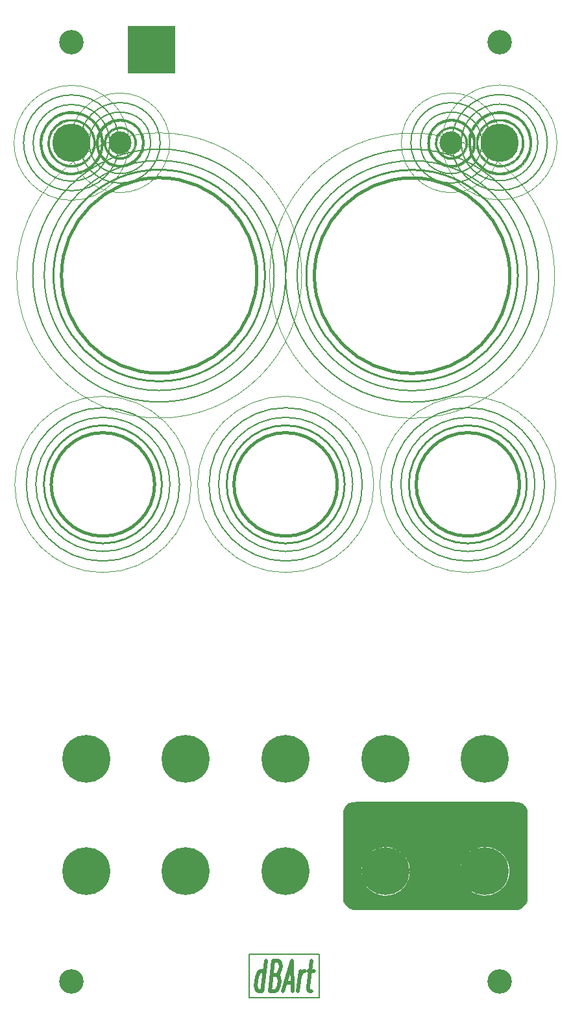
<source format=gtl>
%TF.GenerationSoftware,KiCad,Pcbnew,(6.0.11-0)*%
%TF.CreationDate,2025-04-13T16:27:56+02:00*%
%TF.ProjectId,rings,72696e67-732e-46b6-9963-61645f706362,rev?*%
%TF.SameCoordinates,Original*%
%TF.FileFunction,Copper,L1,Top*%
%TF.FilePolarity,Positive*%
%FSLAX46Y46*%
G04 Gerber Fmt 4.6, Leading zero omitted, Abs format (unit mm)*
G04 Created by KiCad (PCBNEW (6.0.11-0)) date 2025-04-13 16:27:56*
%MOMM*%
%LPD*%
G01*
G04 APERTURE LIST*
%TA.AperFunction,NonConductor*%
%ADD10C,0.150000*%
%TD*%
%TA.AperFunction,NonConductor*%
%ADD11C,0.100000*%
%TD*%
%TA.AperFunction,NonConductor*%
%ADD12C,0.200000*%
%TD*%
%TA.AperFunction,NonConductor*%
%ADD13C,0.400000*%
%TD*%
%TA.AperFunction,NonConductor*%
%ADD14C,0.250000*%
%TD*%
%ADD15C,0.500000*%
%TA.AperFunction,NonConductor*%
%ADD16C,0.500000*%
%TD*%
%TA.AperFunction,EtchedComponent*%
%ADD17C,0.010000*%
%TD*%
%TA.AperFunction,ComponentPad*%
%ADD18C,6.250000*%
%TD*%
%TA.AperFunction,ComponentPad*%
%ADD19C,3.000000*%
%TD*%
%TA.AperFunction,ComponentPad*%
%ADD20C,5.000000*%
%TD*%
%TA.AperFunction,ComponentPad*%
%ADD21C,3.200000*%
%TD*%
G04 APERTURE END LIST*
D10*
X50000Y30825000D02*
G75*
G03*
X50000Y30825000I-16500000J0D01*
G01*
D11*
X35325000Y3575000D02*
G75*
G03*
X35325000Y3575000I-11500000J0D01*
G01*
D12*
X-1450000Y30825000D02*
G75*
G03*
X-1450000Y30825000I-15000000J0D01*
G01*
X25634719Y48127039D02*
G75*
G03*
X25634719Y48127039I-4000000J0D01*
G01*
D13*
X30575000Y3575000D02*
G75*
G03*
X30575000Y3575000I-6750000J0D01*
G01*
D10*
X10050000Y3575000D02*
G75*
G03*
X10050000Y3575000I-10000000J0D01*
G01*
D12*
X-17573993Y48127039D02*
G75*
G03*
X-17573993Y48127039I-4000000J0D01*
G01*
D11*
X28134719Y48127039D02*
G75*
G03*
X28134719Y48127039I-6500000J0D01*
G01*
X11550000Y3575000D02*
G75*
G03*
X11550000Y3575000I-11500000J0D01*
G01*
D14*
X31525000Y3575000D02*
G75*
G03*
X31525000Y3575000I-7700000J0D01*
G01*
D10*
X-21650002Y48127039D02*
G75*
G03*
X-21650002Y48127039I-6250000J0D01*
G01*
D13*
X29300000Y30800000D02*
G75*
G03*
X29300000Y30800000I-12750000J0D01*
G01*
D10*
X34200000Y48175000D02*
G75*
G03*
X34200000Y48175000I-6250000J0D01*
G01*
D12*
X8800000Y3575000D02*
G75*
G03*
X8800000Y3575000I-8750000J0D01*
G01*
D13*
X6800000Y3575000D02*
G75*
G03*
X6800000Y3575000I-6750000J0D01*
G01*
X-17050000Y3575000D02*
G75*
G03*
X-17050000Y3575000I-6750000J0D01*
G01*
D14*
X-2650000Y30825000D02*
G75*
G03*
X-2650000Y30825000I-13800000J0D01*
G01*
X7750000Y3575000D02*
G75*
G03*
X7750000Y3575000I-7700000J0D01*
G01*
D13*
X-3700000Y30825000D02*
G75*
G03*
X-3700000Y30825000I-12750000J0D01*
G01*
D12*
X31550000Y30800000D02*
G75*
G03*
X31550000Y30800000I-15000000J0D01*
G01*
D11*
X35150000Y30800000D02*
G75*
G03*
X35150000Y30800000I-18600000J0D01*
G01*
X2150000Y30825000D02*
G75*
G03*
X2150000Y30825000I-18600000J0D01*
G01*
D12*
X32575000Y3575000D02*
G75*
G03*
X32575000Y3575000I-8750000J0D01*
G01*
X-22900002Y48127039D02*
G75*
G03*
X-22900002Y48127039I-5000000J0D01*
G01*
D10*
X26884719Y48127039D02*
G75*
G03*
X26884719Y48127039I-5250000J0D01*
G01*
X33825000Y3575000D02*
G75*
G03*
X33825000Y3575000I-10000000J0D01*
G01*
X-13800000Y3575000D02*
G75*
G03*
X-13800000Y3575000I-10000000J0D01*
G01*
D11*
X-20400002Y48127039D02*
G75*
G03*
X-20400002Y48127039I-7500000J0D01*
G01*
X35450000Y48175000D02*
G75*
G03*
X35450000Y48175000I-7500000J0D01*
G01*
X-12300000Y3575000D02*
G75*
G03*
X-12300000Y3575000I-11500000J0D01*
G01*
D10*
X-16323993Y48127039D02*
G75*
G03*
X-16323993Y48127039I-5250000J0D01*
G01*
X33050000Y30800000D02*
G75*
G03*
X33050000Y30800000I-16500000J0D01*
G01*
D14*
X-16100000Y3575000D02*
G75*
G03*
X-16100000Y3575000I-7700000J0D01*
G01*
D12*
X32950000Y48175000D02*
G75*
G03*
X32950000Y48175000I-5000000J0D01*
G01*
D11*
X-15073993Y48127039D02*
G75*
G03*
X-15073993Y48127039I-6500000J0D01*
G01*
D14*
X30350000Y30800000D02*
G75*
G03*
X30350000Y30800000I-13800000J0D01*
G01*
D12*
X-15050000Y3575000D02*
G75*
G03*
X-15050000Y3575000I-8750000J0D01*
G01*
X-4675000Y-57725000D02*
X4400000Y-57725000D01*
X4400000Y-57725000D02*
X4400000Y-63400000D01*
X4400000Y-63400000D02*
X-4675000Y-63400000D01*
X-4675000Y-63400000D02*
X-4675000Y-57725000D01*
D15*
D16*
X-2997738Y-62534523D02*
X-2497738Y-58534523D01*
X-2973928Y-62344047D02*
X-3188214Y-62534523D01*
X-3569166Y-62534523D01*
X-3735833Y-62344047D01*
X-3807261Y-62153571D01*
X-3854880Y-61772619D01*
X-3712023Y-60629761D01*
X-3569166Y-60248809D01*
X-3450119Y-60058333D01*
X-3235833Y-59867857D01*
X-2854880Y-59867857D01*
X-2688214Y-60058333D01*
X-1116785Y-60439285D02*
X-854880Y-60629761D01*
X-783452Y-60820238D01*
X-735833Y-61201190D01*
X-807261Y-61772619D01*
X-950119Y-62153571D01*
X-1069166Y-62344047D01*
X-1283452Y-62534523D01*
X-2045357Y-62534523D01*
X-1545357Y-58534523D01*
X-878690Y-58534523D01*
X-712023Y-58725000D01*
X-640595Y-58915476D01*
X-592976Y-59296428D01*
X-640595Y-59677380D01*
X-783452Y-60058333D01*
X-902500Y-60248809D01*
X-1116785Y-60439285D01*
X-1783452Y-60439285D01*
X2261Y-61391666D02*
X954642Y-61391666D01*
X-331071Y-62534523D02*
X835595Y-58534523D01*
X1002261Y-62534523D01*
X1668928Y-62534523D02*
X2002261Y-59867857D01*
X1907023Y-60629761D02*
X2049880Y-60248809D01*
X2168928Y-60058333D01*
X2383214Y-59867857D01*
X2573690Y-59867857D01*
X2954642Y-59867857D02*
X3716547Y-59867857D01*
X3407023Y-58534523D02*
X2978452Y-61963095D01*
X3026071Y-62344047D01*
X3192738Y-62534523D01*
X3383214Y-62534523D01*
%TO.C,G\u002A\u002A\u002A*%
G36*
X-14456833Y57298167D02*
G01*
X-20531666Y57298167D01*
X-20531666Y63373000D01*
X-14456833Y63373000D01*
X-14456833Y57298167D01*
G37*
D17*
X-14456833Y57298167D02*
X-20531666Y57298167D01*
X-20531666Y63373000D01*
X-14456833Y63373000D01*
X-14456833Y57298167D01*
G36*
X19591774Y48588023D02*
G01*
X19673876Y48865253D01*
X19792217Y49126203D01*
X19945055Y49367783D01*
X20130647Y49586905D01*
X20347253Y49780480D01*
X20593130Y49945421D01*
X20664101Y49984535D01*
X20930729Y50101775D01*
X21209475Y50180334D01*
X21495467Y50220101D01*
X21783829Y50220966D01*
X22069689Y50182817D01*
X22348172Y50105545D01*
X22538436Y50027018D01*
X22805135Y49878917D01*
X23040842Y49701982D01*
X23245527Y49496251D01*
X23419161Y49261758D01*
X23561713Y48998539D01*
X23673155Y48706632D01*
X23698760Y48619833D01*
X23714404Y48552531D01*
X23725459Y48475937D01*
X23732585Y48381601D01*
X23736443Y48261074D01*
X23737669Y48122417D01*
X23737234Y47981603D01*
X23734679Y47873314D01*
X23729125Y47787759D01*
X23719695Y47715145D01*
X23705513Y47645684D01*
X23689301Y47582667D01*
X23593108Y47306240D01*
X23461036Y47044928D01*
X23296771Y46804261D01*
X23104001Y46589768D01*
X22923500Y46434441D01*
X22795242Y46348156D01*
X22640530Y46261319D01*
X22474491Y46181320D01*
X22312253Y46115552D01*
X22193250Y46077584D01*
X22079930Y46054863D01*
X21937750Y46037751D01*
X21778771Y46026634D01*
X21615051Y46021899D01*
X21458653Y46023933D01*
X21321636Y46033122D01*
X21230167Y46046691D01*
X20942957Y46127361D01*
X20675485Y46243399D01*
X20430200Y46391972D01*
X20209552Y46570248D01*
X20015991Y46775394D01*
X19851969Y47004576D01*
X19719934Y47254962D01*
X19622337Y47523719D01*
X19561629Y47808015D01*
X19543252Y47997074D01*
X19543597Y48020666D01*
X19764223Y48020666D01*
X19777011Y47848650D01*
X19798433Y47725810D01*
X19885067Y47449003D01*
X20006544Y47193928D01*
X20160412Y46963014D01*
X20344217Y46758689D01*
X20555504Y46583380D01*
X20791819Y46439514D01*
X21050710Y46329520D01*
X21272500Y46267528D01*
X21466580Y46239604D01*
X21679636Y46233937D01*
X21895032Y46249897D01*
X22096129Y46286857D01*
X22146299Y46300498D01*
X22411133Y46398954D01*
X22652405Y46529610D01*
X22868325Y46689104D01*
X23057106Y46874077D01*
X23216957Y47081167D01*
X23346092Y47307013D01*
X23442721Y47548255D01*
X23505056Y47801531D01*
X23531308Y48063481D01*
X23519689Y48330743D01*
X23468410Y48599957D01*
X23432854Y48718066D01*
X23358570Y48908425D01*
X23268411Y49077790D01*
X23155086Y49237611D01*
X23011302Y49399336D01*
X22976417Y49434750D01*
X22763912Y49624297D01*
X22544537Y49773281D01*
X22314349Y49883373D01*
X22069408Y49956242D01*
X21805770Y49993558D01*
X21642917Y49999568D01*
X21369057Y49979861D01*
X21105626Y49921063D01*
X20855961Y49825822D01*
X20623398Y49696782D01*
X20411274Y49536588D01*
X20222925Y49347887D01*
X20061687Y49133323D01*
X19930897Y48895542D01*
X19833891Y48637189D01*
X19809348Y48545750D01*
X19780596Y48384556D01*
X19765486Y48204414D01*
X19764223Y48020666D01*
X19543597Y48020666D01*
X19547652Y48297601D01*
X19591774Y48588023D01*
G37*
X19591774Y48588023D02*
X19673876Y48865253D01*
X19792217Y49126203D01*
X19945055Y49367783D01*
X20130647Y49586905D01*
X20347253Y49780480D01*
X20593130Y49945421D01*
X20664101Y49984535D01*
X20930729Y50101775D01*
X21209475Y50180334D01*
X21495467Y50220101D01*
X21783829Y50220966D01*
X22069689Y50182817D01*
X22348172Y50105545D01*
X22538436Y50027018D01*
X22805135Y49878917D01*
X23040842Y49701982D01*
X23245527Y49496251D01*
X23419161Y49261758D01*
X23561713Y48998539D01*
X23673155Y48706632D01*
X23698760Y48619833D01*
X23714404Y48552531D01*
X23725459Y48475937D01*
X23732585Y48381601D01*
X23736443Y48261074D01*
X23737669Y48122417D01*
X23737234Y47981603D01*
X23734679Y47873314D01*
X23729125Y47787759D01*
X23719695Y47715145D01*
X23705513Y47645684D01*
X23689301Y47582667D01*
X23593108Y47306240D01*
X23461036Y47044928D01*
X23296771Y46804261D01*
X23104001Y46589768D01*
X22923500Y46434441D01*
X22795242Y46348156D01*
X22640530Y46261319D01*
X22474491Y46181320D01*
X22312253Y46115552D01*
X22193250Y46077584D01*
X22079930Y46054863D01*
X21937750Y46037751D01*
X21778771Y46026634D01*
X21615051Y46021899D01*
X21458653Y46023933D01*
X21321636Y46033122D01*
X21230167Y46046691D01*
X20942957Y46127361D01*
X20675485Y46243399D01*
X20430200Y46391972D01*
X20209552Y46570248D01*
X20015991Y46775394D01*
X19851969Y47004576D01*
X19719934Y47254962D01*
X19622337Y47523719D01*
X19561629Y47808015D01*
X19543252Y47997074D01*
X19543597Y48020666D01*
X19764223Y48020666D01*
X19777011Y47848650D01*
X19798433Y47725810D01*
X19885067Y47449003D01*
X20006544Y47193928D01*
X20160412Y46963014D01*
X20344217Y46758689D01*
X20555504Y46583380D01*
X20791819Y46439514D01*
X21050710Y46329520D01*
X21272500Y46267528D01*
X21466580Y46239604D01*
X21679636Y46233937D01*
X21895032Y46249897D01*
X22096129Y46286857D01*
X22146299Y46300498D01*
X22411133Y46398954D01*
X22652405Y46529610D01*
X22868325Y46689104D01*
X23057106Y46874077D01*
X23216957Y47081167D01*
X23346092Y47307013D01*
X23442721Y47548255D01*
X23505056Y47801531D01*
X23531308Y48063481D01*
X23519689Y48330743D01*
X23468410Y48599957D01*
X23432854Y48718066D01*
X23358570Y48908425D01*
X23268411Y49077790D01*
X23155086Y49237611D01*
X23011302Y49399336D01*
X22976417Y49434750D01*
X22763912Y49624297D01*
X22544537Y49773281D01*
X22314349Y49883373D01*
X22069408Y49956242D01*
X21805770Y49993558D01*
X21642917Y49999568D01*
X21369057Y49979861D01*
X21105626Y49921063D01*
X20855961Y49825822D01*
X20623398Y49696782D01*
X20411274Y49536588D01*
X20222925Y49347887D01*
X20061687Y49133323D01*
X19930897Y48895542D01*
X19833891Y48637189D01*
X19809348Y48545750D01*
X19780596Y48384556D01*
X19765486Y48204414D01*
X19764223Y48020666D01*
X19543597Y48020666D01*
X19547652Y48297601D01*
X19591774Y48588023D01*
G36*
X18537388Y48450241D02*
G01*
X18549192Y48600848D01*
X18565892Y48722101D01*
X18570873Y48746833D01*
X18670105Y49105234D01*
X18805294Y49443392D01*
X18974701Y49759317D01*
X19176586Y50051020D01*
X19409209Y50316510D01*
X19670831Y50553799D01*
X19959713Y50760897D01*
X20274115Y50935813D01*
X20605750Y51074247D01*
X20789805Y51134280D01*
X20962505Y51178344D01*
X21137450Y51208856D01*
X21328239Y51228239D01*
X21527268Y51238251D01*
X21744215Y51241558D01*
X21932761Y51235240D01*
X22106008Y51218010D01*
X22277058Y51188578D01*
X22453021Y51147217D01*
X22774383Y51042928D01*
X23086736Y50900972D01*
X23384360Y50725205D01*
X23661541Y50519479D01*
X23912559Y50287649D01*
X24131699Y50033569D01*
X24158822Y49997376D01*
X24250337Y49873061D01*
X24308357Y49992572D01*
X24474944Y50293046D01*
X24678421Y50587760D01*
X24913345Y50870878D01*
X25174273Y51136565D01*
X25455761Y51378987D01*
X25752367Y51592309D01*
X25868095Y51664639D01*
X26232777Y51858813D01*
X26612492Y52014406D01*
X27004123Y52131080D01*
X27404555Y52208498D01*
X27810670Y52246325D01*
X28219352Y52244223D01*
X28627484Y52201856D01*
X29031951Y52118887D01*
X29311029Y52036537D01*
X29696823Y51886425D01*
X30059319Y51702446D01*
X30397185Y51486920D01*
X30709088Y51242168D01*
X30993696Y50970513D01*
X31249677Y50674273D01*
X31475698Y50355771D01*
X31670428Y50017327D01*
X31832534Y49661263D01*
X31960685Y49289899D01*
X32053547Y48905556D01*
X32109789Y48510556D01*
X32128078Y48107219D01*
X32107082Y47697866D01*
X32045470Y47284818D01*
X32043656Y47275750D01*
X31943672Y46884134D01*
X31805236Y46506600D01*
X31630632Y46145713D01*
X31422144Y45804041D01*
X31182058Y45484148D01*
X30912656Y45188600D01*
X30616224Y44919963D01*
X30295045Y44680803D01*
X29951405Y44473685D01*
X29587588Y44301175D01*
X29301162Y44195495D01*
X28906322Y44087580D01*
X28503977Y44017394D01*
X28100376Y43985602D01*
X27701764Y43992870D01*
X27537834Y44007674D01*
X27136030Y44073695D01*
X26740890Y44179671D01*
X26357067Y44323597D01*
X25989214Y44503466D01*
X25641985Y44717273D01*
X25320033Y44963013D01*
X25318827Y44964037D01*
X25051241Y45212394D01*
X24808694Y45483198D01*
X24586041Y45782743D01*
X24382221Y46110184D01*
X24242858Y46353447D01*
X24141803Y46215818D01*
X24045549Y46097103D01*
X23923688Y45965578D01*
X23786392Y45831064D01*
X23643834Y45703379D01*
X23506185Y45592341D01*
X23463250Y45560797D01*
X23189640Y45388672D01*
X22888789Y45241589D01*
X22570189Y45123541D01*
X22243329Y45038525D01*
X22203834Y45030700D01*
X22060491Y45010441D01*
X21888364Y44997385D01*
X21700390Y44991572D01*
X21509509Y44993047D01*
X21328658Y45001850D01*
X21170777Y45018024D01*
X21113750Y45027149D01*
X20816784Y45096081D01*
X20524366Y45191650D01*
X20248248Y45309426D01*
X20000183Y45444978D01*
X19991917Y45450138D01*
X19697483Y45659449D01*
X19430521Y45899709D01*
X19193007Y46168074D01*
X18986915Y46461702D01*
X18814219Y46777749D01*
X18676895Y47113370D01*
X18576916Y47465722D01*
X18569851Y47498000D01*
X18552103Y47611793D01*
X18539301Y47757071D01*
X18531437Y47923695D01*
X18528503Y48101525D01*
X18529666Y48206316D01*
X18786219Y48206316D01*
X18794802Y47873370D01*
X18843530Y47536779D01*
X18860521Y47459481D01*
X18956963Y47138681D01*
X19091205Y46832608D01*
X19260303Y46544487D01*
X19461315Y46277542D01*
X19691300Y46035000D01*
X19947315Y45820084D01*
X20226418Y45636019D01*
X20525667Y45486031D01*
X20732750Y45407282D01*
X20880077Y45362838D01*
X21040082Y45322491D01*
X21195759Y45290139D01*
X21330100Y45269679D01*
X21336000Y45269033D01*
X21466371Y45260378D01*
X21621498Y45258190D01*
X21784364Y45262087D01*
X21937948Y45271690D01*
X22055667Y45285122D01*
X22366653Y45351566D01*
X22673948Y45454186D01*
X22970499Y45589375D01*
X23249252Y45753525D01*
X23503155Y45943027D01*
X23697769Y46125105D01*
X23765644Y46199942D01*
X23839832Y46287974D01*
X23914439Y46381464D01*
X23983571Y46472675D01*
X24041336Y46553870D01*
X24081839Y46617312D01*
X24097984Y46650496D01*
X24097530Y46688515D01*
X24085039Y46755708D01*
X24062748Y46841392D01*
X24047900Y46890094D01*
X23947709Y47271122D01*
X23886219Y47664892D01*
X23863426Y48066999D01*
X23868823Y48204811D01*
X24135466Y48204811D01*
X24148423Y47803467D01*
X24203550Y47399092D01*
X24240355Y47223754D01*
X24286782Y47023592D01*
X24326609Y47114923D01*
X24350022Y47177502D01*
X24378176Y47265776D01*
X24406224Y47364205D01*
X24415906Y47401271D01*
X24482359Y47746572D01*
X24506856Y48091746D01*
X24489451Y48434922D01*
X24430198Y48774226D01*
X24369771Y48990250D01*
X24342851Y49070154D01*
X24318964Y49134500D01*
X24302168Y49172564D01*
X24298938Y49177459D01*
X24287576Y49166207D01*
X24270169Y49121466D01*
X24249483Y49051153D01*
X24236071Y48997542D01*
X24164683Y48602908D01*
X24135466Y48204811D01*
X23868823Y48204811D01*
X23879328Y48473037D01*
X23933922Y48878598D01*
X24027203Y49279276D01*
X24049685Y49355756D01*
X24115785Y49573096D01*
X24102713Y49592229D01*
X24421023Y49592229D01*
X24495381Y49428823D01*
X24626386Y49090695D01*
X24717037Y48742865D01*
X24767299Y48388526D01*
X24777138Y48030872D01*
X24746521Y47673098D01*
X24675413Y47318395D01*
X24563782Y46969959D01*
X24522483Y46867359D01*
X24424002Y46634045D01*
X24533507Y46415147D01*
X24682027Y46141760D01*
X24843096Y45893901D01*
X25025582Y45659255D01*
X25238356Y45425507D01*
X25268191Y45395063D01*
X25564148Y45125057D01*
X25884425Y44889190D01*
X26227078Y44688401D01*
X26590163Y44523630D01*
X26971733Y44395815D01*
X27369845Y44305896D01*
X27590750Y44273459D01*
X27668530Y44267641D01*
X27777609Y44264142D01*
X27907024Y44262856D01*
X28045810Y44263676D01*
X28183003Y44266497D01*
X28307639Y44271212D01*
X28408753Y44277714D01*
X28448555Y44281786D01*
X28835265Y44350185D01*
X29213137Y44457114D01*
X29578160Y44600464D01*
X29926324Y44778128D01*
X30253619Y44987996D01*
X30556034Y45227959D01*
X30829560Y45495909D01*
X30893012Y45567086D01*
X31142920Y45886223D01*
X31355771Y46222695D01*
X31531364Y46573738D01*
X31669499Y46936584D01*
X31769977Y47308469D01*
X31832596Y47686625D01*
X31857157Y48068288D01*
X31843460Y48450690D01*
X31791303Y48831067D01*
X31700488Y49206652D01*
X31570814Y49574679D01*
X31402080Y49932383D01*
X31229980Y50222903D01*
X31038321Y50487864D01*
X30814738Y50746973D01*
X30569374Y50989661D01*
X30312374Y51205362D01*
X30224306Y51270560D01*
X30094644Y51355929D01*
X29936883Y51448426D01*
X29763103Y51541842D01*
X29585381Y51629968D01*
X29415798Y51706596D01*
X29266431Y51765516D01*
X29250669Y51771023D01*
X28868280Y51880413D01*
X28479347Y51949103D01*
X28087214Y51977526D01*
X27695223Y51966116D01*
X27306718Y51915305D01*
X26925041Y51825529D01*
X26553535Y51697221D01*
X26195544Y51530815D01*
X25861137Y51331253D01*
X25545586Y51095750D01*
X25254150Y50828577D01*
X24990653Y50534093D01*
X24758921Y50216656D01*
X24562778Y49880624D01*
X24528855Y49813001D01*
X24421023Y49592229D01*
X24102713Y49592229D01*
X24016590Y49718273D01*
X23802783Y49994368D01*
X23560169Y50240333D01*
X23291274Y50454508D01*
X22998624Y50635232D01*
X22684743Y50780842D01*
X22352157Y50889677D01*
X22172914Y50931136D01*
X21991421Y50957787D01*
X21785076Y50972235D01*
X21569606Y50974344D01*
X21360736Y50963982D01*
X21174190Y50941014D01*
X21166667Y50939698D01*
X20832337Y50859991D01*
X20516794Y50744408D01*
X20221818Y50595635D01*
X19949190Y50416359D01*
X19700687Y50209264D01*
X19478092Y49977038D01*
X19283182Y49722365D01*
X19117738Y49447933D01*
X18983541Y49156425D01*
X18882368Y48850530D01*
X18816001Y48532931D01*
X18786219Y48206316D01*
X18529666Y48206316D01*
X18530489Y48280420D01*
X18537388Y48450241D01*
G37*
X18537388Y48450241D02*
X18549192Y48600848D01*
X18565892Y48722101D01*
X18570873Y48746833D01*
X18670105Y49105234D01*
X18805294Y49443392D01*
X18974701Y49759317D01*
X19176586Y50051020D01*
X19409209Y50316510D01*
X19670831Y50553799D01*
X19959713Y50760897D01*
X20274115Y50935813D01*
X20605750Y51074247D01*
X20789805Y51134280D01*
X20962505Y51178344D01*
X21137450Y51208856D01*
X21328239Y51228239D01*
X21527268Y51238251D01*
X21744215Y51241558D01*
X21932761Y51235240D01*
X22106008Y51218010D01*
X22277058Y51188578D01*
X22453021Y51147217D01*
X22774383Y51042928D01*
X23086736Y50900972D01*
X23384360Y50725205D01*
X23661541Y50519479D01*
X23912559Y50287649D01*
X24131699Y50033569D01*
X24158822Y49997376D01*
X24250337Y49873061D01*
X24308357Y49992572D01*
X24474944Y50293046D01*
X24678421Y50587760D01*
X24913345Y50870878D01*
X25174273Y51136565D01*
X25455761Y51378987D01*
X25752367Y51592309D01*
X25868095Y51664639D01*
X26232777Y51858813D01*
X26612492Y52014406D01*
X27004123Y52131080D01*
X27404555Y52208498D01*
X27810670Y52246325D01*
X28219352Y52244223D01*
X28627484Y52201856D01*
X29031951Y52118887D01*
X29311029Y52036537D01*
X29696823Y51886425D01*
X30059319Y51702446D01*
X30397185Y51486920D01*
X30709088Y51242168D01*
X30993696Y50970513D01*
X31249677Y50674273D01*
X31475698Y50355771D01*
X31670428Y50017327D01*
X31832534Y49661263D01*
X31960685Y49289899D01*
X32053547Y48905556D01*
X32109789Y48510556D01*
X32128078Y48107219D01*
X32107082Y47697866D01*
X32045470Y47284818D01*
X32043656Y47275750D01*
X31943672Y46884134D01*
X31805236Y46506600D01*
X31630632Y46145713D01*
X31422144Y45804041D01*
X31182058Y45484148D01*
X30912656Y45188600D01*
X30616224Y44919963D01*
X30295045Y44680803D01*
X29951405Y44473685D01*
X29587588Y44301175D01*
X29301162Y44195495D01*
X28906322Y44087580D01*
X28503977Y44017394D01*
X28100376Y43985602D01*
X27701764Y43992870D01*
X27537834Y44007674D01*
X27136030Y44073695D01*
X26740890Y44179671D01*
X26357067Y44323597D01*
X25989214Y44503466D01*
X25641985Y44717273D01*
X25320033Y44963013D01*
X25318827Y44964037D01*
X25051241Y45212394D01*
X24808694Y45483198D01*
X24586041Y45782743D01*
X24382221Y46110184D01*
X24242858Y46353447D01*
X24141803Y46215818D01*
X24045549Y46097103D01*
X23923688Y45965578D01*
X23786392Y45831064D01*
X23643834Y45703379D01*
X23506185Y45592341D01*
X23463250Y45560797D01*
X23189640Y45388672D01*
X22888789Y45241589D01*
X22570189Y45123541D01*
X22243329Y45038525D01*
X22203834Y45030700D01*
X22060491Y45010441D01*
X21888364Y44997385D01*
X21700390Y44991572D01*
X21509509Y44993047D01*
X21328658Y45001850D01*
X21170777Y45018024D01*
X21113750Y45027149D01*
X20816784Y45096081D01*
X20524366Y45191650D01*
X20248248Y45309426D01*
X20000183Y45444978D01*
X19991917Y45450138D01*
X19697483Y45659449D01*
X19430521Y45899709D01*
X19193007Y46168074D01*
X18986915Y46461702D01*
X18814219Y46777749D01*
X18676895Y47113370D01*
X18576916Y47465722D01*
X18569851Y47498000D01*
X18552103Y47611793D01*
X18539301Y47757071D01*
X18531437Y47923695D01*
X18528503Y48101525D01*
X18529666Y48206316D01*
X18786219Y48206316D01*
X18794802Y47873370D01*
X18843530Y47536779D01*
X18860521Y47459481D01*
X18956963Y47138681D01*
X19091205Y46832608D01*
X19260303Y46544487D01*
X19461315Y46277542D01*
X19691300Y46035000D01*
X19947315Y45820084D01*
X20226418Y45636019D01*
X20525667Y45486031D01*
X20732750Y45407282D01*
X20880077Y45362838D01*
X21040082Y45322491D01*
X21195759Y45290139D01*
X21330100Y45269679D01*
X21336000Y45269033D01*
X21466371Y45260378D01*
X21621498Y45258190D01*
X21784364Y45262087D01*
X21937948Y45271690D01*
X22055667Y45285122D01*
X22366653Y45351566D01*
X22673948Y45454186D01*
X22970499Y45589375D01*
X23249252Y45753525D01*
X23503155Y45943027D01*
X23697769Y46125105D01*
X23765644Y46199942D01*
X23839832Y46287974D01*
X23914439Y46381464D01*
X23983571Y46472675D01*
X24041336Y46553870D01*
X24081839Y46617312D01*
X24097984Y46650496D01*
X24097530Y46688515D01*
X24085039Y46755708D01*
X24062748Y46841392D01*
X24047900Y46890094D01*
X23947709Y47271122D01*
X23886219Y47664892D01*
X23863426Y48066999D01*
X23868823Y48204811D01*
X24135466Y48204811D01*
X24148423Y47803467D01*
X24203550Y47399092D01*
X24240355Y47223754D01*
X24286782Y47023592D01*
X24326609Y47114923D01*
X24350022Y47177502D01*
X24378176Y47265776D01*
X24406224Y47364205D01*
X24415906Y47401271D01*
X24482359Y47746572D01*
X24506856Y48091746D01*
X24489451Y48434922D01*
X24430198Y48774226D01*
X24369771Y48990250D01*
X24342851Y49070154D01*
X24318964Y49134500D01*
X24302168Y49172564D01*
X24298938Y49177459D01*
X24287576Y49166207D01*
X24270169Y49121466D01*
X24249483Y49051153D01*
X24236071Y48997542D01*
X24164683Y48602908D01*
X24135466Y48204811D01*
X23868823Y48204811D01*
X23879328Y48473037D01*
X23933922Y48878598D01*
X24027203Y49279276D01*
X24049685Y49355756D01*
X24115785Y49573096D01*
X24102713Y49592229D01*
X24421023Y49592229D01*
X24495381Y49428823D01*
X24626386Y49090695D01*
X24717037Y48742865D01*
X24767299Y48388526D01*
X24777138Y48030872D01*
X24746521Y47673098D01*
X24675413Y47318395D01*
X24563782Y46969959D01*
X24522483Y46867359D01*
X24424002Y46634045D01*
X24533507Y46415147D01*
X24682027Y46141760D01*
X24843096Y45893901D01*
X25025582Y45659255D01*
X25238356Y45425507D01*
X25268191Y45395063D01*
X25564148Y45125057D01*
X25884425Y44889190D01*
X26227078Y44688401D01*
X26590163Y44523630D01*
X26971733Y44395815D01*
X27369845Y44305896D01*
X27590750Y44273459D01*
X27668530Y44267641D01*
X27777609Y44264142D01*
X27907024Y44262856D01*
X28045810Y44263676D01*
X28183003Y44266497D01*
X28307639Y44271212D01*
X28408753Y44277714D01*
X28448555Y44281786D01*
X28835265Y44350185D01*
X29213137Y44457114D01*
X29578160Y44600464D01*
X29926324Y44778128D01*
X30253619Y44987996D01*
X30556034Y45227959D01*
X30829560Y45495909D01*
X30893012Y45567086D01*
X31142920Y45886223D01*
X31355771Y46222695D01*
X31531364Y46573738D01*
X31669499Y46936584D01*
X31769977Y47308469D01*
X31832596Y47686625D01*
X31857157Y48068288D01*
X31843460Y48450690D01*
X31791303Y48831067D01*
X31700488Y49206652D01*
X31570814Y49574679D01*
X31402080Y49932383D01*
X31229980Y50222903D01*
X31038321Y50487864D01*
X30814738Y50746973D01*
X30569374Y50989661D01*
X30312374Y51205362D01*
X30224306Y51270560D01*
X30094644Y51355929D01*
X29936883Y51448426D01*
X29763103Y51541842D01*
X29585381Y51629968D01*
X29415798Y51706596D01*
X29266431Y51765516D01*
X29250669Y51771023D01*
X28868280Y51880413D01*
X28479347Y51949103D01*
X28087214Y51977526D01*
X27695223Y51966116D01*
X27306718Y51915305D01*
X26925041Y51825529D01*
X26553535Y51697221D01*
X26195544Y51530815D01*
X25861137Y51331253D01*
X25545586Y51095750D01*
X25254150Y50828577D01*
X24990653Y50534093D01*
X24758921Y50216656D01*
X24562778Y49880624D01*
X24528855Y49813001D01*
X24421023Y49592229D01*
X24102713Y49592229D01*
X24016590Y49718273D01*
X23802783Y49994368D01*
X23560169Y50240333D01*
X23291274Y50454508D01*
X22998624Y50635232D01*
X22684743Y50780842D01*
X22352157Y50889677D01*
X22172914Y50931136D01*
X21991421Y50957787D01*
X21785076Y50972235D01*
X21569606Y50974344D01*
X21360736Y50963982D01*
X21174190Y50941014D01*
X21166667Y50939698D01*
X20832337Y50859991D01*
X20516794Y50744408D01*
X20221818Y50595635D01*
X19949190Y50416359D01*
X19700687Y50209264D01*
X19478092Y49977038D01*
X19283182Y49722365D01*
X19117738Y49447933D01*
X18983541Y49156425D01*
X18882368Y48850530D01*
X18816001Y48532931D01*
X18786219Y48206316D01*
X18529666Y48206316D01*
X18530489Y48280420D01*
X18537388Y48450241D01*
G36*
X-30991235Y48562210D02*
G01*
X-30924371Y48899006D01*
X-30819852Y49228218D01*
X-30677397Y49546379D01*
X-30515402Y49822100D01*
X-30295434Y50118254D01*
X-30049107Y50381367D01*
X-29777076Y50610992D01*
X-29480002Y50806678D01*
X-29158541Y50967977D01*
X-28813350Y51094439D01*
X-28551304Y51163487D01*
X-28467329Y51181094D01*
X-28390036Y51193962D01*
X-28310233Y51202781D01*
X-28218734Y51208240D01*
X-28106349Y51211031D01*
X-27963889Y51211843D01*
X-27908250Y51211793D01*
X-27750070Y51210758D01*
X-27625185Y51207898D01*
X-27524571Y51202543D01*
X-27439205Y51194025D01*
X-27360064Y51181676D01*
X-27279965Y51165238D01*
X-26927718Y51068211D01*
X-26601483Y50939395D01*
X-26297155Y50776750D01*
X-26010631Y50578237D01*
X-25876147Y50467822D01*
X-25618107Y50217240D01*
X-25393331Y49940656D01*
X-25202200Y49638730D01*
X-25045094Y49312120D01*
X-24922394Y48961485D01*
X-24857693Y48704500D01*
X-24838840Y48584138D01*
X-24825689Y48432774D01*
X-24818250Y48261356D01*
X-24816534Y48080832D01*
X-24820551Y47902150D01*
X-24830312Y47736256D01*
X-24845826Y47594099D01*
X-24856586Y47531124D01*
X-24949147Y47176313D01*
X-25079259Y46839225D01*
X-25245747Y46522115D01*
X-25447433Y46227239D01*
X-25670996Y45969313D01*
X-25943721Y45716097D01*
X-26233548Y45501596D01*
X-26540680Y45325715D01*
X-26865318Y45188353D01*
X-27207667Y45089415D01*
X-27567927Y45028801D01*
X-27633083Y45022103D01*
X-27760142Y45011122D01*
X-27861564Y45005288D01*
X-27952987Y45004634D01*
X-28050046Y45009192D01*
X-28168379Y45018996D01*
X-28214112Y45023326D01*
X-28571541Y45078672D01*
X-28917130Y45173951D01*
X-29247956Y45307714D01*
X-29561095Y45478510D01*
X-29853625Y45684889D01*
X-30122622Y45925402D01*
X-30204515Y46010700D01*
X-30428708Y46283401D01*
X-30617509Y46576244D01*
X-30770634Y46885764D01*
X-30887801Y47208495D01*
X-30968727Y47540971D01*
X-31013130Y47879726D01*
X-31018057Y48101250D01*
X-30786126Y48101250D01*
X-30785316Y47954385D01*
X-30782968Y47840367D01*
X-30778222Y47749716D01*
X-30770216Y47672952D01*
X-30758091Y47600594D01*
X-30740986Y47523161D01*
X-30729376Y47475900D01*
X-30700053Y47365742D01*
X-30667416Y47253814D01*
X-30636494Y47156967D01*
X-30621978Y47116067D01*
X-30480758Y46799617D01*
X-30304988Y46505561D01*
X-30097313Y46236077D01*
X-29860378Y45993343D01*
X-29596827Y45779536D01*
X-29309304Y45596836D01*
X-29000455Y45447419D01*
X-28672924Y45333463D01*
X-28373916Y45264701D01*
X-28251014Y45249812D01*
X-28098415Y45241805D01*
X-27928037Y45240353D01*
X-27751797Y45245129D01*
X-27581612Y45255806D01*
X-27429400Y45272056D01*
X-27307077Y45293553D01*
X-27305000Y45294039D01*
X-26961355Y45394596D01*
X-26642009Y45529389D01*
X-26344932Y45699507D01*
X-26068092Y45906039D01*
X-25926866Y46032549D01*
X-25690773Y46285537D01*
X-25489201Y46560611D01*
X-25323004Y46854420D01*
X-25193035Y47163613D01*
X-25100149Y47484838D01*
X-25045200Y47814746D01*
X-25029040Y48149985D01*
X-25052524Y48487203D01*
X-25116506Y48823050D01*
X-25169272Y49005981D01*
X-25294736Y49325404D01*
X-25456122Y49625119D01*
X-25650614Y49902490D01*
X-25875394Y50154882D01*
X-26127646Y50379658D01*
X-26404555Y50574183D01*
X-26703304Y50735821D01*
X-27021076Y50861937D01*
X-27211855Y50917482D01*
X-27548609Y50981446D01*
X-27887975Y51004159D01*
X-28226591Y50986279D01*
X-28561096Y50928466D01*
X-28888129Y50831379D01*
X-29204328Y50695674D01*
X-29506332Y50522013D01*
X-29616686Y50446196D01*
X-29740425Y50347660D01*
X-29876179Y50223749D01*
X-30013708Y50085079D01*
X-30142774Y49942269D01*
X-30253136Y49805934D01*
X-30306791Y49730647D01*
X-30475575Y49441859D01*
X-30614453Y49129459D01*
X-30719210Y48803480D01*
X-30749481Y48676807D01*
X-30764489Y48594578D01*
X-30775120Y48503240D01*
X-30781908Y48394384D01*
X-30785390Y48259595D01*
X-30786126Y48101250D01*
X-31018057Y48101250D01*
X-31020727Y48221294D01*
X-30991235Y48562210D01*
G37*
X-30991235Y48562210D02*
X-30924371Y48899006D01*
X-30819852Y49228218D01*
X-30677397Y49546379D01*
X-30515402Y49822100D01*
X-30295434Y50118254D01*
X-30049107Y50381367D01*
X-29777076Y50610992D01*
X-29480002Y50806678D01*
X-29158541Y50967977D01*
X-28813350Y51094439D01*
X-28551304Y51163487D01*
X-28467329Y51181094D01*
X-28390036Y51193962D01*
X-28310233Y51202781D01*
X-28218734Y51208240D01*
X-28106349Y51211031D01*
X-27963889Y51211843D01*
X-27908250Y51211793D01*
X-27750070Y51210758D01*
X-27625185Y51207898D01*
X-27524571Y51202543D01*
X-27439205Y51194025D01*
X-27360064Y51181676D01*
X-27279965Y51165238D01*
X-26927718Y51068211D01*
X-26601483Y50939395D01*
X-26297155Y50776750D01*
X-26010631Y50578237D01*
X-25876147Y50467822D01*
X-25618107Y50217240D01*
X-25393331Y49940656D01*
X-25202200Y49638730D01*
X-25045094Y49312120D01*
X-24922394Y48961485D01*
X-24857693Y48704500D01*
X-24838840Y48584138D01*
X-24825689Y48432774D01*
X-24818250Y48261356D01*
X-24816534Y48080832D01*
X-24820551Y47902150D01*
X-24830312Y47736256D01*
X-24845826Y47594099D01*
X-24856586Y47531124D01*
X-24949147Y47176313D01*
X-25079259Y46839225D01*
X-25245747Y46522115D01*
X-25447433Y46227239D01*
X-25670996Y45969313D01*
X-25943721Y45716097D01*
X-26233548Y45501596D01*
X-26540680Y45325715D01*
X-26865318Y45188353D01*
X-27207667Y45089415D01*
X-27567927Y45028801D01*
X-27633083Y45022103D01*
X-27760142Y45011122D01*
X-27861564Y45005288D01*
X-27952987Y45004634D01*
X-28050046Y45009192D01*
X-28168379Y45018996D01*
X-28214112Y45023326D01*
X-28571541Y45078672D01*
X-28917130Y45173951D01*
X-29247956Y45307714D01*
X-29561095Y45478510D01*
X-29853625Y45684889D01*
X-30122622Y45925402D01*
X-30204515Y46010700D01*
X-30428708Y46283401D01*
X-30617509Y46576244D01*
X-30770634Y46885764D01*
X-30887801Y47208495D01*
X-30968727Y47540971D01*
X-31013130Y47879726D01*
X-31018057Y48101250D01*
X-30786126Y48101250D01*
X-30785316Y47954385D01*
X-30782968Y47840367D01*
X-30778222Y47749716D01*
X-30770216Y47672952D01*
X-30758091Y47600594D01*
X-30740986Y47523161D01*
X-30729376Y47475900D01*
X-30700053Y47365742D01*
X-30667416Y47253814D01*
X-30636494Y47156967D01*
X-30621978Y47116067D01*
X-30480758Y46799617D01*
X-30304988Y46505561D01*
X-30097313Y46236077D01*
X-29860378Y45993343D01*
X-29596827Y45779536D01*
X-29309304Y45596836D01*
X-29000455Y45447419D01*
X-28672924Y45333463D01*
X-28373916Y45264701D01*
X-28251014Y45249812D01*
X-28098415Y45241805D01*
X-27928037Y45240353D01*
X-27751797Y45245129D01*
X-27581612Y45255806D01*
X-27429400Y45272056D01*
X-27307077Y45293553D01*
X-27305000Y45294039D01*
X-26961355Y45394596D01*
X-26642009Y45529389D01*
X-26344932Y45699507D01*
X-26068092Y45906039D01*
X-25926866Y46032549D01*
X-25690773Y46285537D01*
X-25489201Y46560611D01*
X-25323004Y46854420D01*
X-25193035Y47163613D01*
X-25100149Y47484838D01*
X-25045200Y47814746D01*
X-25029040Y48149985D01*
X-25052524Y48487203D01*
X-25116506Y48823050D01*
X-25169272Y49005981D01*
X-25294736Y49325404D01*
X-25456122Y49625119D01*
X-25650614Y49902490D01*
X-25875394Y50154882D01*
X-26127646Y50379658D01*
X-26404555Y50574183D01*
X-26703304Y50735821D01*
X-27021076Y50861937D01*
X-27211855Y50917482D01*
X-27548609Y50981446D01*
X-27887975Y51004159D01*
X-28226591Y50986279D01*
X-28561096Y50928466D01*
X-28888129Y50831379D01*
X-29204328Y50695674D01*
X-29506332Y50522013D01*
X-29616686Y50446196D01*
X-29740425Y50347660D01*
X-29876179Y50223749D01*
X-30013708Y50085079D01*
X-30142774Y49942269D01*
X-30253136Y49805934D01*
X-30306791Y49730647D01*
X-30475575Y49441859D01*
X-30614453Y49129459D01*
X-30719210Y48803480D01*
X-30749481Y48676807D01*
X-30764489Y48594578D01*
X-30775120Y48503240D01*
X-30781908Y48394384D01*
X-30785390Y48259595D01*
X-30786126Y48101250D01*
X-31018057Y48101250D01*
X-31020727Y48221294D01*
X-30991235Y48562210D01*
G36*
X24903105Y48309662D02*
G01*
X24911473Y48476405D01*
X24925129Y48621361D01*
X24942193Y48725667D01*
X25041718Y49087146D01*
X25176730Y49426904D01*
X25345529Y49743227D01*
X25546412Y50034401D01*
X25777679Y50298713D01*
X26037628Y50534450D01*
X26324559Y50739898D01*
X26636768Y50913345D01*
X26972556Y51053075D01*
X27330221Y51157377D01*
X27364632Y51165238D01*
X27446418Y51181984D01*
X27525598Y51194245D01*
X27611195Y51202688D01*
X27712233Y51207983D01*
X27837735Y51210797D01*
X27992917Y51211793D01*
X28147418Y51211486D01*
X28268787Y51209431D01*
X28366214Y51204936D01*
X28448888Y51197311D01*
X28525996Y51185867D01*
X28606728Y51169913D01*
X28635971Y51163487D01*
X28987083Y51066516D01*
X29311744Y50937798D01*
X29613511Y50775446D01*
X29895943Y50577570D01*
X30137527Y50366602D01*
X30320589Y50179594D01*
X30474202Y49996015D01*
X30607932Y49802866D01*
X30731347Y49587149D01*
X30776690Y49498250D01*
X30899717Y49224936D01*
X30990783Y48961140D01*
X31052571Y48695323D01*
X31087762Y48415947D01*
X31099040Y48111833D01*
X31078953Y47745257D01*
X31018279Y47390564D01*
X30917228Y47048422D01*
X30776012Y46719498D01*
X30594842Y46404457D01*
X30525462Y46302435D01*
X30428193Y46177483D01*
X30305913Y46039424D01*
X30168900Y45898531D01*
X30027431Y45765078D01*
X29891785Y45649339D01*
X29810190Y45587466D01*
X29516092Y45403724D01*
X29200103Y45253040D01*
X28867940Y45136928D01*
X28525320Y45056903D01*
X28177959Y45014477D01*
X27831575Y45011165D01*
X27677793Y45022813D01*
X27399205Y45066488D01*
X27112984Y45138789D01*
X26832355Y45235394D01*
X26570540Y45351982D01*
X26422410Y45433034D01*
X26118512Y45637782D01*
X25844250Y45872161D01*
X25600904Y46134369D01*
X25389754Y46422602D01*
X25212080Y46735059D01*
X25069162Y47069936D01*
X24962280Y47425432D01*
X24940945Y47519167D01*
X24922716Y47636264D01*
X24909828Y47784435D01*
X24902271Y47953105D01*
X24900531Y48092058D01*
X25115439Y48092058D01*
X25121827Y47895865D01*
X25137569Y47713598D01*
X25162546Y47558900D01*
X25162822Y47557632D01*
X25257379Y47212157D01*
X25385408Y46891930D01*
X25548080Y46594835D01*
X25746568Y46318754D01*
X25982045Y46061569D01*
X26001803Y46042432D01*
X26193742Y45870197D01*
X26383380Y45726752D01*
X26584951Y45601919D01*
X26712334Y45534336D01*
X26866930Y45464400D01*
X27042931Y45397750D01*
X27224618Y45339576D01*
X27396273Y45295065D01*
X27495500Y45275841D01*
X27576534Y45262769D01*
X27643545Y45251694D01*
X27683483Y45244778D01*
X27686000Y45244298D01*
X27745389Y45238167D01*
X27836564Y45235276D01*
X27949124Y45235347D01*
X28072666Y45238102D01*
X28196791Y45243266D01*
X28311096Y45250559D01*
X28405180Y45259707D01*
X28438048Y45264338D01*
X28738795Y45328918D01*
X29025921Y45421579D01*
X29202878Y45496850D01*
X29514038Y45666650D01*
X29798104Y45867885D01*
X30053342Y46098183D01*
X30278017Y46355171D01*
X30470393Y46636478D01*
X30628735Y46939730D01*
X30751309Y47262556D01*
X30836381Y47602584D01*
X30862748Y47766406D01*
X30874248Y47900110D01*
X30878161Y48060019D01*
X30874992Y48232397D01*
X30865251Y48403505D01*
X30849444Y48559604D01*
X30828872Y48683333D01*
X30733427Y49027830D01*
X30601994Y49351607D01*
X30436522Y49652726D01*
X30238960Y49929248D01*
X30011258Y50179236D01*
X29755368Y50400750D01*
X29473237Y50591853D01*
X29166816Y50750607D01*
X28838056Y50875072D01*
X28547238Y50951456D01*
X28355967Y50981424D01*
X28139660Y50997374D01*
X27913219Y50999321D01*
X27691549Y50987281D01*
X27489552Y50961269D01*
X27432917Y50950299D01*
X27088048Y50856517D01*
X26764723Y50726311D01*
X26462651Y50559523D01*
X26181544Y50355997D01*
X25960039Y50155166D01*
X25726018Y49892569D01*
X25528607Y49608977D01*
X25367554Y49303912D01*
X25242608Y48976897D01*
X25153575Y48627750D01*
X25131195Y48471644D01*
X25118522Y48288532D01*
X25115439Y48092058D01*
X24900531Y48092058D01*
X24900034Y48131705D01*
X24903105Y48309662D01*
G37*
X24903105Y48309662D02*
X24911473Y48476405D01*
X24925129Y48621361D01*
X24942193Y48725667D01*
X25041718Y49087146D01*
X25176730Y49426904D01*
X25345529Y49743227D01*
X25546412Y50034401D01*
X25777679Y50298713D01*
X26037628Y50534450D01*
X26324559Y50739898D01*
X26636768Y50913345D01*
X26972556Y51053075D01*
X27330221Y51157377D01*
X27364632Y51165238D01*
X27446418Y51181984D01*
X27525598Y51194245D01*
X27611195Y51202688D01*
X27712233Y51207983D01*
X27837735Y51210797D01*
X27992917Y51211793D01*
X28147418Y51211486D01*
X28268787Y51209431D01*
X28366214Y51204936D01*
X28448888Y51197311D01*
X28525996Y51185867D01*
X28606728Y51169913D01*
X28635971Y51163487D01*
X28987083Y51066516D01*
X29311744Y50937798D01*
X29613511Y50775446D01*
X29895943Y50577570D01*
X30137527Y50366602D01*
X30320589Y50179594D01*
X30474202Y49996015D01*
X30607932Y49802866D01*
X30731347Y49587149D01*
X30776690Y49498250D01*
X30899717Y49224936D01*
X30990783Y48961140D01*
X31052571Y48695323D01*
X31087762Y48415947D01*
X31099040Y48111833D01*
X31078953Y47745257D01*
X31018279Y47390564D01*
X30917228Y47048422D01*
X30776012Y46719498D01*
X30594842Y46404457D01*
X30525462Y46302435D01*
X30428193Y46177483D01*
X30305913Y46039424D01*
X30168900Y45898531D01*
X30027431Y45765078D01*
X29891785Y45649339D01*
X29810190Y45587466D01*
X29516092Y45403724D01*
X29200103Y45253040D01*
X28867940Y45136928D01*
X28525320Y45056903D01*
X28177959Y45014477D01*
X27831575Y45011165D01*
X27677793Y45022813D01*
X27399205Y45066488D01*
X27112984Y45138789D01*
X26832355Y45235394D01*
X26570540Y45351982D01*
X26422410Y45433034D01*
X26118512Y45637782D01*
X25844250Y45872161D01*
X25600904Y46134369D01*
X25389754Y46422602D01*
X25212080Y46735059D01*
X25069162Y47069936D01*
X24962280Y47425432D01*
X24940945Y47519167D01*
X24922716Y47636264D01*
X24909828Y47784435D01*
X24902271Y47953105D01*
X24900531Y48092058D01*
X25115439Y48092058D01*
X25121827Y47895865D01*
X25137569Y47713598D01*
X25162546Y47558900D01*
X25162822Y47557632D01*
X25257379Y47212157D01*
X25385408Y46891930D01*
X25548080Y46594835D01*
X25746568Y46318754D01*
X25982045Y46061569D01*
X26001803Y46042432D01*
X26193742Y45870197D01*
X26383380Y45726752D01*
X26584951Y45601919D01*
X26712334Y45534336D01*
X26866930Y45464400D01*
X27042931Y45397750D01*
X27224618Y45339576D01*
X27396273Y45295065D01*
X27495500Y45275841D01*
X27576534Y45262769D01*
X27643545Y45251694D01*
X27683483Y45244778D01*
X27686000Y45244298D01*
X27745389Y45238167D01*
X27836564Y45235276D01*
X27949124Y45235347D01*
X28072666Y45238102D01*
X28196791Y45243266D01*
X28311096Y45250559D01*
X28405180Y45259707D01*
X28438048Y45264338D01*
X28738795Y45328918D01*
X29025921Y45421579D01*
X29202878Y45496850D01*
X29514038Y45666650D01*
X29798104Y45867885D01*
X30053342Y46098183D01*
X30278017Y46355171D01*
X30470393Y46636478D01*
X30628735Y46939730D01*
X30751309Y47262556D01*
X30836381Y47602584D01*
X30862748Y47766406D01*
X30874248Y47900110D01*
X30878161Y48060019D01*
X30874992Y48232397D01*
X30865251Y48403505D01*
X30849444Y48559604D01*
X30828872Y48683333D01*
X30733427Y49027830D01*
X30601994Y49351607D01*
X30436522Y49652726D01*
X30238960Y49929248D01*
X30011258Y50179236D01*
X29755368Y50400750D01*
X29473237Y50591853D01*
X29166816Y50750607D01*
X28838056Y50875072D01*
X28547238Y50951456D01*
X28355967Y50981424D01*
X28139660Y50997374D01*
X27913219Y50999321D01*
X27691549Y50987281D01*
X27489552Y50961269D01*
X27432917Y50950299D01*
X27088048Y50856517D01*
X26764723Y50726311D01*
X26462651Y50559523D01*
X26181544Y50355997D01*
X25960039Y50155166D01*
X25726018Y49892569D01*
X25528607Y49608977D01*
X25367554Y49303912D01*
X25242608Y48976897D01*
X25153575Y48627750D01*
X25131195Y48471644D01*
X25118522Y48288532D01*
X25115439Y48092058D01*
X24900531Y48092058D01*
X24900034Y48131705D01*
X24903105Y48309662D01*
G36*
X-32026426Y48519221D02*
G01*
X-31968038Y48921364D01*
X-31873168Y49308076D01*
X-31743817Y49677836D01*
X-31581984Y50029120D01*
X-31389668Y50360406D01*
X-31168869Y50670173D01*
X-30921587Y50956897D01*
X-30649821Y51219057D01*
X-30355572Y51455131D01*
X-30040838Y51663596D01*
X-29707620Y51842929D01*
X-29357917Y51991610D01*
X-28993729Y52108114D01*
X-28617054Y52190921D01*
X-28229894Y52238508D01*
X-27834248Y52249352D01*
X-27432115Y52221932D01*
X-27025495Y52154725D01*
X-26797000Y52099259D01*
X-26417937Y51974853D01*
X-26052495Y51811894D01*
X-25703722Y51612824D01*
X-25374665Y51380081D01*
X-25068370Y51116104D01*
X-24787886Y50823334D01*
X-24536259Y50504209D01*
X-24316536Y50161170D01*
X-24268612Y50075042D01*
X-24225888Y49997000D01*
X-24191031Y49935196D01*
X-24168580Y49897568D01*
X-24162763Y49889833D01*
X-24148304Y49905471D01*
X-24114208Y49947453D01*
X-24066407Y50008388D01*
X-24036470Y50047241D01*
X-23810337Y50308083D01*
X-23553079Y50542340D01*
X-23268112Y50747895D01*
X-22958857Y50922635D01*
X-22628729Y51064445D01*
X-22281149Y51171209D01*
X-22182666Y51194208D01*
X-22068448Y51212368D01*
X-21922565Y51225470D01*
X-21755388Y51233501D01*
X-21577284Y51236451D01*
X-21398621Y51234307D01*
X-21229768Y51227060D01*
X-21081092Y51214696D01*
X-20962962Y51197206D01*
X-20955000Y51195555D01*
X-20593193Y51097822D01*
X-20251770Y50963525D01*
X-19931960Y50793320D01*
X-19634988Y50587867D01*
X-19362081Y50347822D01*
X-19347416Y50333251D01*
X-19106953Y50063912D01*
X-18900759Y49771896D01*
X-18730831Y49460413D01*
X-18599163Y49132672D01*
X-18597469Y49127586D01*
X-18545414Y48962592D01*
X-18506748Y48817193D01*
X-18479221Y48678301D01*
X-18460580Y48532829D01*
X-18448574Y48367687D01*
X-18442739Y48228250D01*
X-18440606Y47976087D01*
X-18453122Y47750991D01*
X-18481764Y47539795D01*
X-18528012Y47329334D01*
X-18554550Y47232774D01*
X-18672335Y46900915D01*
X-18826809Y46586556D01*
X-19015096Y46292424D01*
X-19234324Y46021241D01*
X-19481617Y45775733D01*
X-19754102Y45558625D01*
X-20048904Y45372640D01*
X-20363149Y45220504D01*
X-20693963Y45104941D01*
X-20838583Y45067636D01*
X-21193035Y45006484D01*
X-21549586Y44985353D01*
X-21904209Y45003561D01*
X-22252877Y45060424D01*
X-22591565Y45155259D01*
X-22916245Y45287384D01*
X-23222891Y45456116D01*
X-23256645Y45477725D01*
X-23448316Y45613573D01*
X-23636882Y45768248D01*
X-23813937Y45933733D01*
X-23971075Y46102011D01*
X-24099888Y46265068D01*
X-24132475Y46312874D01*
X-24166701Y46365263D01*
X-24254078Y46191478D01*
X-24437261Y45871932D01*
X-24657532Y45565198D01*
X-24910539Y45275431D01*
X-25191930Y45006789D01*
X-25497356Y44763427D01*
X-25822462Y44549503D01*
X-26160963Y44370079D01*
X-26519415Y44224328D01*
X-26898190Y44111918D01*
X-27290107Y44034012D01*
X-27687983Y43991770D01*
X-28084637Y43986354D01*
X-28393590Y44009012D01*
X-28791203Y44075619D01*
X-29184723Y44184167D01*
X-29573239Y44334385D01*
X-29728583Y44406835D01*
X-30099767Y44611244D01*
X-30442655Y44846812D01*
X-30756389Y45112692D01*
X-31040112Y45408037D01*
X-31292965Y45732001D01*
X-31514090Y46083738D01*
X-31608117Y46261007D01*
X-31777644Y46645560D01*
X-31906079Y47039833D01*
X-31993231Y47443028D01*
X-32038911Y47854343D01*
X-32043002Y47991510D01*
X-31767272Y47991510D01*
X-31758044Y47770843D01*
X-31735686Y47562387D01*
X-31698698Y47351697D01*
X-31651842Y47148939D01*
X-31536815Y46777910D01*
X-31384130Y46422815D01*
X-31196238Y46086053D01*
X-30975593Y45770022D01*
X-30724646Y45477120D01*
X-30445849Y45209745D01*
X-30141656Y44970296D01*
X-29814518Y44761171D01*
X-29466888Y44584767D01*
X-29101219Y44443484D01*
X-28797250Y44357333D01*
X-28537006Y44307618D01*
X-28253003Y44275249D01*
X-27960240Y44260930D01*
X-27673715Y44265363D01*
X-27408427Y44289252D01*
X-27392420Y44291474D01*
X-27015612Y44362416D01*
X-26658820Y44466340D01*
X-26312183Y44606238D01*
X-26236083Y44642249D01*
X-25886315Y44835392D01*
X-25558932Y45063310D01*
X-25256608Y45323312D01*
X-24982016Y45612709D01*
X-24737828Y45928810D01*
X-24526720Y46268927D01*
X-24426989Y46462518D01*
X-24340331Y46643118D01*
X-24413001Y46802582D01*
X-24524776Y47077717D01*
X-24605796Y47349047D01*
X-24658353Y47627531D01*
X-24684740Y47924130D01*
X-24688815Y48115594D01*
X-24426208Y48115594D01*
X-24420488Y47968876D01*
X-24404679Y47806998D01*
X-24380558Y47639330D01*
X-24349904Y47475240D01*
X-24314496Y47324097D01*
X-24276110Y47195268D01*
X-24236526Y47098124D01*
X-24231154Y47087885D01*
X-24215447Y47064168D01*
X-24203214Y47067648D01*
X-24188758Y47103730D01*
X-24178174Y47138167D01*
X-24162607Y47199306D01*
X-24143231Y47288620D01*
X-24122893Y47392477D01*
X-24109656Y47466250D01*
X-24069131Y47787565D01*
X-24055116Y48117340D01*
X-24067125Y48445552D01*
X-24104676Y48762181D01*
X-24167285Y49057207D01*
X-24190399Y49138417D01*
X-24209646Y49201917D01*
X-24246436Y49117250D01*
X-24298025Y48974229D01*
X-24343687Y48800874D01*
X-24381301Y48609018D01*
X-24408742Y48410488D01*
X-24423888Y48217114D01*
X-24426208Y48115594D01*
X-24688815Y48115594D01*
X-24688961Y48122417D01*
X-24677403Y48432791D01*
X-24642010Y48716801D01*
X-24580716Y48984392D01*
X-24491453Y49245510D01*
X-24421960Y49406778D01*
X-24344477Y49574175D01*
X-24028938Y49574175D01*
X-23953096Y49303379D01*
X-23897213Y49092098D01*
X-23855525Y48904173D01*
X-23825308Y48724155D01*
X-23803839Y48536593D01*
X-23792542Y48392292D01*
X-23785304Y47988975D01*
X-23816470Y47585759D01*
X-23885119Y47190762D01*
X-23961497Y46902025D01*
X-23987988Y46813271D01*
X-24008937Y46738601D01*
X-24021629Y46687949D01*
X-24024166Y46672651D01*
X-24010992Y46637198D01*
X-23974863Y46576885D01*
X-23920872Y46498558D01*
X-23854114Y46409066D01*
X-23779681Y46315257D01*
X-23702667Y46223978D01*
X-23634535Y46148782D01*
X-23381914Y45911973D01*
X-23104906Y45709511D01*
X-22804733Y45542038D01*
X-22482618Y45410191D01*
X-22139782Y45314610D01*
X-21981583Y45284023D01*
X-21855304Y45269765D01*
X-21700057Y45262948D01*
X-21528477Y45263183D01*
X-21353197Y45270078D01*
X-21186852Y45283243D01*
X-21042077Y45302285D01*
X-20976166Y45315135D01*
X-20634770Y45413690D01*
X-20313271Y45548523D01*
X-20013843Y45717760D01*
X-19738661Y45919528D01*
X-19489902Y46151951D01*
X-19269739Y46413155D01*
X-19080349Y46701265D01*
X-18923905Y47014408D01*
X-18880589Y47121071D01*
X-18790446Y47410132D01*
X-18732881Y47718125D01*
X-18708118Y48036677D01*
X-18716382Y48357416D01*
X-18757898Y48671970D01*
X-18830991Y48965941D01*
X-18953206Y49285786D01*
X-19112402Y49587596D01*
X-19305961Y49868306D01*
X-19531265Y50124851D01*
X-19785697Y50354167D01*
X-20066639Y50553187D01*
X-20297154Y50682738D01*
X-20598075Y50811078D01*
X-20915544Y50902993D01*
X-21243893Y50958090D01*
X-21577450Y50975976D01*
X-21910546Y50956261D01*
X-22237510Y50898551D01*
X-22467151Y50832848D01*
X-22784089Y50704481D01*
X-23083515Y50539175D01*
X-23361507Y50339939D01*
X-23614143Y50109787D01*
X-23837501Y49851730D01*
X-23949116Y49694962D01*
X-24028938Y49574175D01*
X-24344477Y49574175D01*
X-24336933Y49590473D01*
X-24445772Y49812229D01*
X-24638644Y50157912D01*
X-24865915Y50481426D01*
X-25124592Y50780149D01*
X-25411681Y51051459D01*
X-25724188Y51292733D01*
X-26059119Y51501350D01*
X-26413479Y51674687D01*
X-26693933Y51781210D01*
X-27078716Y51887979D01*
X-27468398Y51953648D01*
X-27860073Y51978723D01*
X-28250836Y51963713D01*
X-28637780Y51909123D01*
X-29017999Y51815462D01*
X-29388588Y51683236D01*
X-29746639Y51512953D01*
X-30089249Y51305120D01*
X-30300083Y51151848D01*
X-30543220Y50941700D01*
X-30777917Y50698544D01*
X-30996783Y50431694D01*
X-31192426Y50150461D01*
X-31357456Y49864158D01*
X-31414267Y49748088D01*
X-31546930Y49429463D01*
X-31646034Y49115470D01*
X-31714102Y48795258D01*
X-31753654Y48457973D01*
X-31764866Y48238833D01*
X-31767272Y47991510D01*
X-32043002Y47991510D01*
X-32046333Y48103169D01*
X-32026426Y48519221D01*
G37*
X-32026426Y48519221D02*
X-31968038Y48921364D01*
X-31873168Y49308076D01*
X-31743817Y49677836D01*
X-31581984Y50029120D01*
X-31389668Y50360406D01*
X-31168869Y50670173D01*
X-30921587Y50956897D01*
X-30649821Y51219057D01*
X-30355572Y51455131D01*
X-30040838Y51663596D01*
X-29707620Y51842929D01*
X-29357917Y51991610D01*
X-28993729Y52108114D01*
X-28617054Y52190921D01*
X-28229894Y52238508D01*
X-27834248Y52249352D01*
X-27432115Y52221932D01*
X-27025495Y52154725D01*
X-26797000Y52099259D01*
X-26417937Y51974853D01*
X-26052495Y51811894D01*
X-25703722Y51612824D01*
X-25374665Y51380081D01*
X-25068370Y51116104D01*
X-24787886Y50823334D01*
X-24536259Y50504209D01*
X-24316536Y50161170D01*
X-24268612Y50075042D01*
X-24225888Y49997000D01*
X-24191031Y49935196D01*
X-24168580Y49897568D01*
X-24162763Y49889833D01*
X-24148304Y49905471D01*
X-24114208Y49947453D01*
X-24066407Y50008388D01*
X-24036470Y50047241D01*
X-23810337Y50308083D01*
X-23553079Y50542340D01*
X-23268112Y50747895D01*
X-22958857Y50922635D01*
X-22628729Y51064445D01*
X-22281149Y51171209D01*
X-22182666Y51194208D01*
X-22068448Y51212368D01*
X-21922565Y51225470D01*
X-21755388Y51233501D01*
X-21577284Y51236451D01*
X-21398621Y51234307D01*
X-21229768Y51227060D01*
X-21081092Y51214696D01*
X-20962962Y51197206D01*
X-20955000Y51195555D01*
X-20593193Y51097822D01*
X-20251770Y50963525D01*
X-19931960Y50793320D01*
X-19634988Y50587867D01*
X-19362081Y50347822D01*
X-19347416Y50333251D01*
X-19106953Y50063912D01*
X-18900759Y49771896D01*
X-18730831Y49460413D01*
X-18599163Y49132672D01*
X-18597469Y49127586D01*
X-18545414Y48962592D01*
X-18506748Y48817193D01*
X-18479221Y48678301D01*
X-18460580Y48532829D01*
X-18448574Y48367687D01*
X-18442739Y48228250D01*
X-18440606Y47976087D01*
X-18453122Y47750991D01*
X-18481764Y47539795D01*
X-18528012Y47329334D01*
X-18554550Y47232774D01*
X-18672335Y46900915D01*
X-18826809Y46586556D01*
X-19015096Y46292424D01*
X-19234324Y46021241D01*
X-19481617Y45775733D01*
X-19754102Y45558625D01*
X-20048904Y45372640D01*
X-20363149Y45220504D01*
X-20693963Y45104941D01*
X-20838583Y45067636D01*
X-21193035Y45006484D01*
X-21549586Y44985353D01*
X-21904209Y45003561D01*
X-22252877Y45060424D01*
X-22591565Y45155259D01*
X-22916245Y45287384D01*
X-23222891Y45456116D01*
X-23256645Y45477725D01*
X-23448316Y45613573D01*
X-23636882Y45768248D01*
X-23813937Y45933733D01*
X-23971075Y46102011D01*
X-24099888Y46265068D01*
X-24132475Y46312874D01*
X-24166701Y46365263D01*
X-24254078Y46191478D01*
X-24437261Y45871932D01*
X-24657532Y45565198D01*
X-24910539Y45275431D01*
X-25191930Y45006789D01*
X-25497356Y44763427D01*
X-25822462Y44549503D01*
X-26160963Y44370079D01*
X-26519415Y44224328D01*
X-26898190Y44111918D01*
X-27290107Y44034012D01*
X-27687983Y43991770D01*
X-28084637Y43986354D01*
X-28393590Y44009012D01*
X-28791203Y44075619D01*
X-29184723Y44184167D01*
X-29573239Y44334385D01*
X-29728583Y44406835D01*
X-30099767Y44611244D01*
X-30442655Y44846812D01*
X-30756389Y45112692D01*
X-31040112Y45408037D01*
X-31292965Y45732001D01*
X-31514090Y46083738D01*
X-31608117Y46261007D01*
X-31777644Y46645560D01*
X-31906079Y47039833D01*
X-31993231Y47443028D01*
X-32038911Y47854343D01*
X-32043002Y47991510D01*
X-31767272Y47991510D01*
X-31758044Y47770843D01*
X-31735686Y47562387D01*
X-31698698Y47351697D01*
X-31651842Y47148939D01*
X-31536815Y46777910D01*
X-31384130Y46422815D01*
X-31196238Y46086053D01*
X-30975593Y45770022D01*
X-30724646Y45477120D01*
X-30445849Y45209745D01*
X-30141656Y44970296D01*
X-29814518Y44761171D01*
X-29466888Y44584767D01*
X-29101219Y44443484D01*
X-28797250Y44357333D01*
X-28537006Y44307618D01*
X-28253003Y44275249D01*
X-27960240Y44260930D01*
X-27673715Y44265363D01*
X-27408427Y44289252D01*
X-27392420Y44291474D01*
X-27015612Y44362416D01*
X-26658820Y44466340D01*
X-26312183Y44606238D01*
X-26236083Y44642249D01*
X-25886315Y44835392D01*
X-25558932Y45063310D01*
X-25256608Y45323312D01*
X-24982016Y45612709D01*
X-24737828Y45928810D01*
X-24526720Y46268927D01*
X-24426989Y46462518D01*
X-24340331Y46643118D01*
X-24413001Y46802582D01*
X-24524776Y47077717D01*
X-24605796Y47349047D01*
X-24658353Y47627531D01*
X-24684740Y47924130D01*
X-24688815Y48115594D01*
X-24426208Y48115594D01*
X-24420488Y47968876D01*
X-24404679Y47806998D01*
X-24380558Y47639330D01*
X-24349904Y47475240D01*
X-24314496Y47324097D01*
X-24276110Y47195268D01*
X-24236526Y47098124D01*
X-24231154Y47087885D01*
X-24215447Y47064168D01*
X-24203214Y47067648D01*
X-24188758Y47103730D01*
X-24178174Y47138167D01*
X-24162607Y47199306D01*
X-24143231Y47288620D01*
X-24122893Y47392477D01*
X-24109656Y47466250D01*
X-24069131Y47787565D01*
X-24055116Y48117340D01*
X-24067125Y48445552D01*
X-24104676Y48762181D01*
X-24167285Y49057207D01*
X-24190399Y49138417D01*
X-24209646Y49201917D01*
X-24246436Y49117250D01*
X-24298025Y48974229D01*
X-24343687Y48800874D01*
X-24381301Y48609018D01*
X-24408742Y48410488D01*
X-24423888Y48217114D01*
X-24426208Y48115594D01*
X-24688815Y48115594D01*
X-24688961Y48122417D01*
X-24677403Y48432791D01*
X-24642010Y48716801D01*
X-24580716Y48984392D01*
X-24491453Y49245510D01*
X-24421960Y49406778D01*
X-24344477Y49574175D01*
X-24028938Y49574175D01*
X-23953096Y49303379D01*
X-23897213Y49092098D01*
X-23855525Y48904173D01*
X-23825308Y48724155D01*
X-23803839Y48536593D01*
X-23792542Y48392292D01*
X-23785304Y47988975D01*
X-23816470Y47585759D01*
X-23885119Y47190762D01*
X-23961497Y46902025D01*
X-23987988Y46813271D01*
X-24008937Y46738601D01*
X-24021629Y46687949D01*
X-24024166Y46672651D01*
X-24010992Y46637198D01*
X-23974863Y46576885D01*
X-23920872Y46498558D01*
X-23854114Y46409066D01*
X-23779681Y46315257D01*
X-23702667Y46223978D01*
X-23634535Y46148782D01*
X-23381914Y45911973D01*
X-23104906Y45709511D01*
X-22804733Y45542038D01*
X-22482618Y45410191D01*
X-22139782Y45314610D01*
X-21981583Y45284023D01*
X-21855304Y45269765D01*
X-21700057Y45262948D01*
X-21528477Y45263183D01*
X-21353197Y45270078D01*
X-21186852Y45283243D01*
X-21042077Y45302285D01*
X-20976166Y45315135D01*
X-20634770Y45413690D01*
X-20313271Y45548523D01*
X-20013843Y45717760D01*
X-19738661Y45919528D01*
X-19489902Y46151951D01*
X-19269739Y46413155D01*
X-19080349Y46701265D01*
X-18923905Y47014408D01*
X-18880589Y47121071D01*
X-18790446Y47410132D01*
X-18732881Y47718125D01*
X-18708118Y48036677D01*
X-18716382Y48357416D01*
X-18757898Y48671970D01*
X-18830991Y48965941D01*
X-18953206Y49285786D01*
X-19112402Y49587596D01*
X-19305961Y49868306D01*
X-19531265Y50124851D01*
X-19785697Y50354167D01*
X-20066639Y50553187D01*
X-20297154Y50682738D01*
X-20598075Y50811078D01*
X-20915544Y50902993D01*
X-21243893Y50958090D01*
X-21577450Y50975976D01*
X-21910546Y50956261D01*
X-22237510Y50898551D01*
X-22467151Y50832848D01*
X-22784089Y50704481D01*
X-23083515Y50539175D01*
X-23361507Y50339939D01*
X-23614143Y50109787D01*
X-23837501Y49851730D01*
X-23949116Y49694962D01*
X-24028938Y49574175D01*
X-24344477Y49574175D01*
X-24336933Y49590473D01*
X-24445772Y49812229D01*
X-24638644Y50157912D01*
X-24865915Y50481426D01*
X-25124592Y50780149D01*
X-25411681Y51051459D01*
X-25724188Y51292733D01*
X-26059119Y51501350D01*
X-26413479Y51674687D01*
X-26693933Y51781210D01*
X-27078716Y51887979D01*
X-27468398Y51953648D01*
X-27860073Y51978723D01*
X-28250836Y51963713D01*
X-28637780Y51909123D01*
X-29017999Y51815462D01*
X-29388588Y51683236D01*
X-29746639Y51512953D01*
X-30089249Y51305120D01*
X-30300083Y51151848D01*
X-30543220Y50941700D01*
X-30777917Y50698544D01*
X-30996783Y50431694D01*
X-31192426Y50150461D01*
X-31357456Y49864158D01*
X-31414267Y49748088D01*
X-31546930Y49429463D01*
X-31646034Y49115470D01*
X-31714102Y48795258D01*
X-31753654Y48457973D01*
X-31764866Y48238833D01*
X-31767272Y47991510D01*
X-32043002Y47991510D01*
X-32046333Y48103169D01*
X-32026426Y48519221D01*
G36*
X7539276Y-44286828D02*
G01*
X7538822Y-43688909D01*
X7538533Y-43131662D01*
X7538410Y-42614257D01*
X7538457Y-42135864D01*
X7538676Y-41695652D01*
X7539069Y-41292791D01*
X7539639Y-40926452D01*
X7540388Y-40595802D01*
X7541318Y-40300013D01*
X7542433Y-40038253D01*
X7543735Y-39809693D01*
X7545226Y-39613502D01*
X7546908Y-39448850D01*
X7548784Y-39314907D01*
X7550857Y-39210841D01*
X7553129Y-39135824D01*
X7555602Y-39089024D01*
X7557263Y-39073667D01*
X7613782Y-38858600D01*
X7706869Y-38647296D01*
X7831032Y-38448318D01*
X7980779Y-38270232D01*
X8150616Y-38121602D01*
X8182212Y-38099109D01*
X8317849Y-38018839D01*
X8477140Y-37945349D01*
X8641436Y-37886905D01*
X8694632Y-37872055D01*
X8706924Y-37869299D01*
X8722542Y-37866685D01*
X8742580Y-37864207D01*
X8768135Y-37861864D01*
X8800302Y-37859651D01*
X8840177Y-37857564D01*
X8888855Y-37855600D01*
X8947431Y-37853755D01*
X9017002Y-37852026D01*
X9098663Y-37850408D01*
X9193509Y-37848898D01*
X9302636Y-37847492D01*
X9427140Y-37846187D01*
X9568115Y-37844979D01*
X9726659Y-37843864D01*
X9903865Y-37842838D01*
X10100830Y-37841899D01*
X10318649Y-37841041D01*
X10558418Y-37840261D01*
X10821233Y-37839557D01*
X11108188Y-37838923D01*
X11420380Y-37838356D01*
X11758903Y-37837854D01*
X12124854Y-37837411D01*
X12519329Y-37837024D01*
X12943422Y-37836689D01*
X13398229Y-37836404D01*
X13884846Y-37836163D01*
X14404368Y-37835964D01*
X14957891Y-37835803D01*
X15546510Y-37835675D01*
X16171321Y-37835578D01*
X16833420Y-37835508D01*
X17533902Y-37835460D01*
X18273862Y-37835431D01*
X19054397Y-37835418D01*
X19547417Y-37835417D01*
X20352433Y-37835421D01*
X21116214Y-37835437D01*
X21839859Y-37835469D01*
X22524466Y-37835519D01*
X23171133Y-37835593D01*
X23780959Y-37835694D01*
X24355042Y-37835825D01*
X24894480Y-37835991D01*
X25400372Y-37836195D01*
X25873817Y-37836442D01*
X26315913Y-37836734D01*
X26727757Y-37837076D01*
X27110450Y-37837472D01*
X27465088Y-37837925D01*
X27792771Y-37838439D01*
X28094596Y-37839018D01*
X28371663Y-37839666D01*
X28625069Y-37840387D01*
X28855914Y-37841184D01*
X29065295Y-37842061D01*
X29254311Y-37843023D01*
X29424060Y-37844072D01*
X29575641Y-37845214D01*
X29710152Y-37846450D01*
X29828691Y-37847786D01*
X29932358Y-37849226D01*
X30022249Y-37850772D01*
X30099465Y-37852429D01*
X30165103Y-37854201D01*
X30220261Y-37856091D01*
X30266038Y-37858103D01*
X30303533Y-37860242D01*
X30333843Y-37862510D01*
X30358068Y-37864912D01*
X30377306Y-37867452D01*
X30392654Y-37870133D01*
X30405212Y-37872959D01*
X30405917Y-37873137D01*
X30496061Y-37901034D01*
X30603633Y-37941556D01*
X30708866Y-37987112D01*
X30734000Y-37999137D01*
X30824742Y-38047121D01*
X30903157Y-38098043D01*
X30981022Y-38160783D01*
X31070112Y-38244219D01*
X31105089Y-38278916D01*
X31238429Y-38424184D01*
X31341331Y-38565876D01*
X31422062Y-38717554D01*
X31488895Y-38892782D01*
X31499347Y-38925500D01*
X31548917Y-39084250D01*
X31548917Y-44841583D01*
X31548909Y-45426163D01*
X31548878Y-45969924D01*
X31548815Y-46474383D01*
X31548710Y-46941056D01*
X31548551Y-47371457D01*
X31548330Y-47767102D01*
X31548037Y-48129507D01*
X31547661Y-48460187D01*
X31547192Y-48760658D01*
X31546621Y-49032434D01*
X31545937Y-49277033D01*
X31545130Y-49495969D01*
X31544191Y-49690757D01*
X31543109Y-49862914D01*
X31541874Y-50013954D01*
X31540477Y-50145393D01*
X31538907Y-50258747D01*
X31537154Y-50355532D01*
X31535209Y-50437262D01*
X31533061Y-50505453D01*
X31530701Y-50561620D01*
X31528117Y-50607280D01*
X31525301Y-50643948D01*
X31522242Y-50673139D01*
X31518931Y-50696368D01*
X31515357Y-50715152D01*
X31511510Y-50731005D01*
X31509996Y-50736500D01*
X31420938Y-50977676D01*
X31297717Y-51194361D01*
X31141542Y-51385322D01*
X30953621Y-51549326D01*
X30735164Y-51685140D01*
X30487380Y-51791533D01*
X30469417Y-51797695D01*
X30321250Y-51847750D01*
X19610917Y-51849942D01*
X18939114Y-51850062D01*
X18277750Y-51850146D01*
X17628093Y-51850195D01*
X16991415Y-51850209D01*
X16368984Y-51850189D01*
X15762070Y-51850136D01*
X15171943Y-51850051D01*
X14599873Y-51849934D01*
X14047130Y-51849787D01*
X13514983Y-51849610D01*
X13004702Y-51849403D01*
X12517557Y-51849168D01*
X12054818Y-51848906D01*
X11617754Y-51848617D01*
X11207635Y-51848302D01*
X10825731Y-51847962D01*
X10473312Y-51847597D01*
X10151647Y-51847209D01*
X9862007Y-51846798D01*
X9605660Y-51846365D01*
X9383877Y-51845911D01*
X9197928Y-51845436D01*
X9049081Y-51844941D01*
X8938608Y-51844428D01*
X8867778Y-51843896D01*
X8837860Y-51843347D01*
X8837084Y-51843281D01*
X8632869Y-51797127D01*
X8418529Y-51715223D01*
X8331276Y-51672820D01*
X8126816Y-51543859D01*
X7946781Y-51381597D01*
X7793574Y-51188892D01*
X7669601Y-50968597D01*
X7605348Y-50810583D01*
X7545917Y-50641250D01*
X7541843Y-46775598D01*
X9832695Y-46775598D01*
X9844988Y-47122905D01*
X9894716Y-47467444D01*
X9981643Y-47805956D01*
X10105531Y-48135182D01*
X10266143Y-48451861D01*
X10463241Y-48752735D01*
X10620790Y-48949883D01*
X10869468Y-49205854D01*
X11146611Y-49433158D01*
X11447511Y-49628961D01*
X11767462Y-49790426D01*
X12101755Y-49914717D01*
X12319000Y-49972976D01*
X12426196Y-49996067D01*
X12536810Y-50017616D01*
X12631858Y-50033991D01*
X12657667Y-50037791D01*
X12759405Y-50046561D01*
X12891679Y-50050427D01*
X13043021Y-50049748D01*
X13201963Y-50044885D01*
X13357037Y-50036197D01*
X13496773Y-50024045D01*
X13609705Y-50008787D01*
X13615645Y-50007732D01*
X13963232Y-49923788D01*
X14297145Y-49801425D01*
X14614490Y-49643163D01*
X14912371Y-49451524D01*
X15187892Y-49229027D01*
X15438158Y-48978192D01*
X15660274Y-48701539D01*
X15851344Y-48401589D01*
X16008473Y-48080862D01*
X16095361Y-47849452D01*
X16149322Y-47674649D01*
X16189184Y-47514826D01*
X16216751Y-47357886D01*
X16233823Y-47191730D01*
X16242202Y-47004259D01*
X16243863Y-46852417D01*
X16242320Y-46793339D01*
X22842136Y-46793339D01*
X22844589Y-47012070D01*
X22858353Y-47217175D01*
X22877370Y-47360417D01*
X22959477Y-47719565D01*
X23078730Y-48061437D01*
X23232872Y-48383868D01*
X23419650Y-48684693D01*
X23636809Y-48961749D01*
X23882094Y-49212870D01*
X24153249Y-49435892D01*
X24448021Y-49628651D01*
X24764155Y-49788982D01*
X25099395Y-49914721D01*
X25451487Y-50003704D01*
X25666886Y-50038171D01*
X25795856Y-50048441D01*
X25953721Y-50051768D01*
X26127711Y-50048693D01*
X26305057Y-50039760D01*
X26472988Y-50025512D01*
X26618732Y-50006490D01*
X26680584Y-49995089D01*
X27039438Y-49898680D01*
X27379380Y-49765531D01*
X27698290Y-49597741D01*
X27994044Y-49397407D01*
X28264521Y-49166625D01*
X28507601Y-48907492D01*
X28721160Y-48622105D01*
X28903078Y-48312562D01*
X29051234Y-47980959D01*
X29163504Y-47629393D01*
X29191435Y-47513336D01*
X29212917Y-47388195D01*
X29229961Y-47232781D01*
X29242123Y-47058968D01*
X29248956Y-46878627D01*
X29250014Y-46703630D01*
X29244854Y-46545851D01*
X29233028Y-46417162D01*
X29232663Y-46414560D01*
X29161865Y-46058119D01*
X29054390Y-45718755D01*
X28912717Y-45398285D01*
X28739329Y-45098527D01*
X28536708Y-44821298D01*
X28307334Y-44568414D01*
X28053688Y-44341694D01*
X27778253Y-44142955D01*
X27483509Y-43974013D01*
X27171938Y-43836686D01*
X26846022Y-43732791D01*
X26508241Y-43664145D01*
X26161077Y-43632566D01*
X25807011Y-43639871D01*
X25497239Y-43678928D01*
X25142750Y-43762146D01*
X24804682Y-43883059D01*
X24485316Y-44039458D01*
X24186934Y-44229136D01*
X23911818Y-44449884D01*
X23662250Y-44699494D01*
X23440512Y-44975759D01*
X23248885Y-45276470D01*
X23089652Y-45599419D01*
X22965094Y-45942399D01*
X22899996Y-46192137D01*
X22870104Y-46369697D01*
X22850730Y-46574656D01*
X22842136Y-46793339D01*
X16242320Y-46793339D01*
X16236520Y-46571277D01*
X16212219Y-46318704D01*
X16168398Y-46083456D01*
X16102496Y-45854288D01*
X16011952Y-45619958D01*
X15915994Y-45412966D01*
X15741542Y-45105324D01*
X15534704Y-44821470D01*
X15298781Y-44563272D01*
X15037076Y-44332600D01*
X14752893Y-44131322D01*
X14449535Y-43961307D01*
X14130304Y-43824424D01*
X13798503Y-43722543D01*
X13457435Y-43657531D01*
X13110404Y-43631258D01*
X12787890Y-43642982D01*
X12413998Y-43697455D01*
X12056235Y-43790467D01*
X11716438Y-43920916D01*
X11396444Y-44087700D01*
X11098089Y-44289715D01*
X10823211Y-44525860D01*
X10573645Y-44795032D01*
X10351230Y-45096128D01*
X10341092Y-45111637D01*
X10162640Y-45423887D01*
X10022812Y-45749668D01*
X9921370Y-46085720D01*
X9858077Y-46428783D01*
X9832695Y-46775598D01*
X7541843Y-46775598D01*
X7539893Y-44926250D01*
X7539276Y-44286828D01*
G37*
X7539276Y-44286828D02*
X7538822Y-43688909D01*
X7538533Y-43131662D01*
X7538410Y-42614257D01*
X7538457Y-42135864D01*
X7538676Y-41695652D01*
X7539069Y-41292791D01*
X7539639Y-40926452D01*
X7540388Y-40595802D01*
X7541318Y-40300013D01*
X7542433Y-40038253D01*
X7543735Y-39809693D01*
X7545226Y-39613502D01*
X7546908Y-39448850D01*
X7548784Y-39314907D01*
X7550857Y-39210841D01*
X7553129Y-39135824D01*
X7555602Y-39089024D01*
X7557263Y-39073667D01*
X7613782Y-38858600D01*
X7706869Y-38647296D01*
X7831032Y-38448318D01*
X7980779Y-38270232D01*
X8150616Y-38121602D01*
X8182212Y-38099109D01*
X8317849Y-38018839D01*
X8477140Y-37945349D01*
X8641436Y-37886905D01*
X8694632Y-37872055D01*
X8706924Y-37869299D01*
X8722542Y-37866685D01*
X8742580Y-37864207D01*
X8768135Y-37861864D01*
X8800302Y-37859651D01*
X8840177Y-37857564D01*
X8888855Y-37855600D01*
X8947431Y-37853755D01*
X9017002Y-37852026D01*
X9098663Y-37850408D01*
X9193509Y-37848898D01*
X9302636Y-37847492D01*
X9427140Y-37846187D01*
X9568115Y-37844979D01*
X9726659Y-37843864D01*
X9903865Y-37842838D01*
X10100830Y-37841899D01*
X10318649Y-37841041D01*
X10558418Y-37840261D01*
X10821233Y-37839557D01*
X11108188Y-37838923D01*
X11420380Y-37838356D01*
X11758903Y-37837854D01*
X12124854Y-37837411D01*
X12519329Y-37837024D01*
X12943422Y-37836689D01*
X13398229Y-37836404D01*
X13884846Y-37836163D01*
X14404368Y-37835964D01*
X14957891Y-37835803D01*
X15546510Y-37835675D01*
X16171321Y-37835578D01*
X16833420Y-37835508D01*
X17533902Y-37835460D01*
X18273862Y-37835431D01*
X19054397Y-37835418D01*
X19547417Y-37835417D01*
X20352433Y-37835421D01*
X21116214Y-37835437D01*
X21839859Y-37835469D01*
X22524466Y-37835519D01*
X23171133Y-37835593D01*
X23780959Y-37835694D01*
X24355042Y-37835825D01*
X24894480Y-37835991D01*
X25400372Y-37836195D01*
X25873817Y-37836442D01*
X26315913Y-37836734D01*
X26727757Y-37837076D01*
X27110450Y-37837472D01*
X27465088Y-37837925D01*
X27792771Y-37838439D01*
X28094596Y-37839018D01*
X28371663Y-37839666D01*
X28625069Y-37840387D01*
X28855914Y-37841184D01*
X29065295Y-37842061D01*
X29254311Y-37843023D01*
X29424060Y-37844072D01*
X29575641Y-37845214D01*
X29710152Y-37846450D01*
X29828691Y-37847786D01*
X29932358Y-37849226D01*
X30022249Y-37850772D01*
X30099465Y-37852429D01*
X30165103Y-37854201D01*
X30220261Y-37856091D01*
X30266038Y-37858103D01*
X30303533Y-37860242D01*
X30333843Y-37862510D01*
X30358068Y-37864912D01*
X30377306Y-37867452D01*
X30392654Y-37870133D01*
X30405212Y-37872959D01*
X30405917Y-37873137D01*
X30496061Y-37901034D01*
X30603633Y-37941556D01*
X30708866Y-37987112D01*
X30734000Y-37999137D01*
X30824742Y-38047121D01*
X30903157Y-38098043D01*
X30981022Y-38160783D01*
X31070112Y-38244219D01*
X31105089Y-38278916D01*
X31238429Y-38424184D01*
X31341331Y-38565876D01*
X31422062Y-38717554D01*
X31488895Y-38892782D01*
X31499347Y-38925500D01*
X31548917Y-39084250D01*
X31548917Y-44841583D01*
X31548909Y-45426163D01*
X31548878Y-45969924D01*
X31548815Y-46474383D01*
X31548710Y-46941056D01*
X31548551Y-47371457D01*
X31548330Y-47767102D01*
X31548037Y-48129507D01*
X31547661Y-48460187D01*
X31547192Y-48760658D01*
X31546621Y-49032434D01*
X31545937Y-49277033D01*
X31545130Y-49495969D01*
X31544191Y-49690757D01*
X31543109Y-49862914D01*
X31541874Y-50013954D01*
X31540477Y-50145393D01*
X31538907Y-50258747D01*
X31537154Y-50355532D01*
X31535209Y-50437262D01*
X31533061Y-50505453D01*
X31530701Y-50561620D01*
X31528117Y-50607280D01*
X31525301Y-50643948D01*
X31522242Y-50673139D01*
X31518931Y-50696368D01*
X31515357Y-50715152D01*
X31511510Y-50731005D01*
X31509996Y-50736500D01*
X31420938Y-50977676D01*
X31297717Y-51194361D01*
X31141542Y-51385322D01*
X30953621Y-51549326D01*
X30735164Y-51685140D01*
X30487380Y-51791533D01*
X30469417Y-51797695D01*
X30321250Y-51847750D01*
X19610917Y-51849942D01*
X18939114Y-51850062D01*
X18277750Y-51850146D01*
X17628093Y-51850195D01*
X16991415Y-51850209D01*
X16368984Y-51850189D01*
X15762070Y-51850136D01*
X15171943Y-51850051D01*
X14599873Y-51849934D01*
X14047130Y-51849787D01*
X13514983Y-51849610D01*
X13004702Y-51849403D01*
X12517557Y-51849168D01*
X12054818Y-51848906D01*
X11617754Y-51848617D01*
X11207635Y-51848302D01*
X10825731Y-51847962D01*
X10473312Y-51847597D01*
X10151647Y-51847209D01*
X9862007Y-51846798D01*
X9605660Y-51846365D01*
X9383877Y-51845911D01*
X9197928Y-51845436D01*
X9049081Y-51844941D01*
X8938608Y-51844428D01*
X8867778Y-51843896D01*
X8837860Y-51843347D01*
X8837084Y-51843281D01*
X8632869Y-51797127D01*
X8418529Y-51715223D01*
X8331276Y-51672820D01*
X8126816Y-51543859D01*
X7946781Y-51381597D01*
X7793574Y-51188892D01*
X7669601Y-50968597D01*
X7605348Y-50810583D01*
X7545917Y-50641250D01*
X7541843Y-46775598D01*
X9832695Y-46775598D01*
X9844988Y-47122905D01*
X9894716Y-47467444D01*
X9981643Y-47805956D01*
X10105531Y-48135182D01*
X10266143Y-48451861D01*
X10463241Y-48752735D01*
X10620790Y-48949883D01*
X10869468Y-49205854D01*
X11146611Y-49433158D01*
X11447511Y-49628961D01*
X11767462Y-49790426D01*
X12101755Y-49914717D01*
X12319000Y-49972976D01*
X12426196Y-49996067D01*
X12536810Y-50017616D01*
X12631858Y-50033991D01*
X12657667Y-50037791D01*
X12759405Y-50046561D01*
X12891679Y-50050427D01*
X13043021Y-50049748D01*
X13201963Y-50044885D01*
X13357037Y-50036197D01*
X13496773Y-50024045D01*
X13609705Y-50008787D01*
X13615645Y-50007732D01*
X13963232Y-49923788D01*
X14297145Y-49801425D01*
X14614490Y-49643163D01*
X14912371Y-49451524D01*
X15187892Y-49229027D01*
X15438158Y-48978192D01*
X15660274Y-48701539D01*
X15851344Y-48401589D01*
X16008473Y-48080862D01*
X16095361Y-47849452D01*
X16149322Y-47674649D01*
X16189184Y-47514826D01*
X16216751Y-47357886D01*
X16233823Y-47191730D01*
X16242202Y-47004259D01*
X16243863Y-46852417D01*
X16242320Y-46793339D01*
X22842136Y-46793339D01*
X22844589Y-47012070D01*
X22858353Y-47217175D01*
X22877370Y-47360417D01*
X22959477Y-47719565D01*
X23078730Y-48061437D01*
X23232872Y-48383868D01*
X23419650Y-48684693D01*
X23636809Y-48961749D01*
X23882094Y-49212870D01*
X24153249Y-49435892D01*
X24448021Y-49628651D01*
X24764155Y-49788982D01*
X25099395Y-49914721D01*
X25451487Y-50003704D01*
X25666886Y-50038171D01*
X25795856Y-50048441D01*
X25953721Y-50051768D01*
X26127711Y-50048693D01*
X26305057Y-50039760D01*
X26472988Y-50025512D01*
X26618732Y-50006490D01*
X26680584Y-49995089D01*
X27039438Y-49898680D01*
X27379380Y-49765531D01*
X27698290Y-49597741D01*
X27994044Y-49397407D01*
X28264521Y-49166625D01*
X28507601Y-48907492D01*
X28721160Y-48622105D01*
X28903078Y-48312562D01*
X29051234Y-47980959D01*
X29163504Y-47629393D01*
X29191435Y-47513336D01*
X29212917Y-47388195D01*
X29229961Y-47232781D01*
X29242123Y-47058968D01*
X29248956Y-46878627D01*
X29250014Y-46703630D01*
X29244854Y-46545851D01*
X29233028Y-46417162D01*
X29232663Y-46414560D01*
X29161865Y-46058119D01*
X29054390Y-45718755D01*
X28912717Y-45398285D01*
X28739329Y-45098527D01*
X28536708Y-44821298D01*
X28307334Y-44568414D01*
X28053688Y-44341694D01*
X27778253Y-44142955D01*
X27483509Y-43974013D01*
X27171938Y-43836686D01*
X26846022Y-43732791D01*
X26508241Y-43664145D01*
X26161077Y-43632566D01*
X25807011Y-43639871D01*
X25497239Y-43678928D01*
X25142750Y-43762146D01*
X24804682Y-43883059D01*
X24485316Y-44039458D01*
X24186934Y-44229136D01*
X23911818Y-44449884D01*
X23662250Y-44699494D01*
X23440512Y-44975759D01*
X23248885Y-45276470D01*
X23089652Y-45599419D01*
X22965094Y-45942399D01*
X22899996Y-46192137D01*
X22870104Y-46369697D01*
X22850730Y-46574656D01*
X22842136Y-46793339D01*
X16242320Y-46793339D01*
X16236520Y-46571277D01*
X16212219Y-46318704D01*
X16168398Y-46083456D01*
X16102496Y-45854288D01*
X16011952Y-45619958D01*
X15915994Y-45412966D01*
X15741542Y-45105324D01*
X15534704Y-44821470D01*
X15298781Y-44563272D01*
X15037076Y-44332600D01*
X14752893Y-44131322D01*
X14449535Y-43961307D01*
X14130304Y-43824424D01*
X13798503Y-43722543D01*
X13457435Y-43657531D01*
X13110404Y-43631258D01*
X12787890Y-43642982D01*
X12413998Y-43697455D01*
X12056235Y-43790467D01*
X11716438Y-43920916D01*
X11396444Y-44087700D01*
X11098089Y-44289715D01*
X10823211Y-44525860D01*
X10573645Y-44795032D01*
X10351230Y-45096128D01*
X10341092Y-45111637D01*
X10162640Y-45423887D01*
X10022812Y-45749668D01*
X9921370Y-46085720D01*
X9858077Y-46428783D01*
X9832695Y-46775598D01*
X7541843Y-46775598D01*
X7539893Y-44926250D01*
X7539276Y-44286828D01*
G36*
X-23642363Y48442923D02*
G01*
X-23627197Y48570638D01*
X-23602342Y48686704D01*
X-23565749Y48801302D01*
X-23515368Y48924610D01*
X-23467031Y49029497D01*
X-23322232Y49285724D01*
X-23144849Y49516596D01*
X-22937835Y49719762D01*
X-22704144Y49892871D01*
X-22446731Y50033570D01*
X-22168550Y50139507D01*
X-22023916Y50178397D01*
X-21890090Y50200886D01*
X-21730130Y50214069D01*
X-21556895Y50218072D01*
X-21383246Y50213019D01*
X-21222043Y50199033D01*
X-21086144Y50176240D01*
X-21057120Y50169043D01*
X-20770187Y50071597D01*
X-20504142Y49940560D01*
X-20262998Y49778248D01*
X-20053889Y49590224D01*
X-19861288Y49364362D01*
X-19708047Y49126329D01*
X-19591903Y48871669D01*
X-19510591Y48595926D01*
X-19486364Y48473229D01*
X-19456808Y48181392D01*
X-19467302Y47895071D01*
X-19515645Y47617396D01*
X-19599637Y47351499D01*
X-19717077Y47100510D01*
X-19865765Y46867563D01*
X-20043501Y46655787D01*
X-20248084Y46468315D01*
X-20477315Y46308277D01*
X-20728993Y46178806D01*
X-21000918Y46083033D01*
X-21197012Y46038621D01*
X-21295996Y46026894D01*
X-21422687Y46020303D01*
X-21564296Y46018679D01*
X-21708034Y46021854D01*
X-21841111Y46029661D01*
X-21950739Y46041931D01*
X-21989775Y46049028D01*
X-22282339Y46133274D01*
X-22554675Y46254345D01*
X-22805320Y46411422D01*
X-23032815Y46603687D01*
X-23098427Y46670326D01*
X-23279195Y46887678D01*
X-23425725Y47122033D01*
X-23542081Y47380458D01*
X-23593285Y47530832D01*
X-23614093Y47601133D01*
X-23629271Y47662242D01*
X-23639708Y47722988D01*
X-23646294Y47792203D01*
X-23649920Y47878715D01*
X-23651474Y47991355D01*
X-23651829Y48111833D01*
X-23651666Y48127136D01*
X-23442300Y48127136D01*
X-23438764Y47957757D01*
X-23424929Y47802924D01*
X-23401635Y47679705D01*
X-23311671Y47410595D01*
X-23190823Y47168036D01*
X-23035930Y46946583D01*
X-22871938Y46767750D01*
X-22657568Y46586448D01*
X-22424650Y46442910D01*
X-22171341Y46336003D01*
X-22168382Y46335009D01*
X-21925290Y46267505D01*
X-21693982Y46233898D01*
X-21462251Y46233204D01*
X-21241113Y46260279D01*
X-20971053Y46328533D01*
X-20716320Y46435752D01*
X-20480018Y46580370D01*
X-20283123Y46743622D01*
X-20086775Y46957492D01*
X-19927656Y47190288D01*
X-19806601Y47440575D01*
X-19725704Y47701435D01*
X-19706054Y47793828D01*
X-19693611Y47875748D01*
X-19687418Y47960329D01*
X-19686518Y48060702D01*
X-19689956Y48190000D01*
X-19690014Y48191604D01*
X-19695766Y48319726D01*
X-19703836Y48418567D01*
X-19716261Y48501178D01*
X-19735075Y48580610D01*
X-19762314Y48669915D01*
X-19766713Y48683333D01*
X-19876199Y48951985D01*
X-20018485Y49194122D01*
X-20192799Y49408847D01*
X-20398367Y49595264D01*
X-20634418Y49752475D01*
X-20732750Y49804771D01*
X-20991096Y49910538D01*
X-21258099Y49976239D01*
X-21529497Y50002016D01*
X-21801024Y49988017D01*
X-22068416Y49934384D01*
X-22327411Y49841263D01*
X-22515970Y49744193D01*
X-22744722Y49585456D01*
X-22947030Y49395329D01*
X-23120046Y49177570D01*
X-23260921Y48935936D01*
X-23366804Y48674186D01*
X-23392478Y48588083D01*
X-23419022Y48455746D01*
X-23435675Y48297615D01*
X-23442300Y48127136D01*
X-23651666Y48127136D01*
X-23649890Y48293381D01*
X-23642363Y48442923D01*
G37*
X-23642363Y48442923D02*
X-23627197Y48570638D01*
X-23602342Y48686704D01*
X-23565749Y48801302D01*
X-23515368Y48924610D01*
X-23467031Y49029497D01*
X-23322232Y49285724D01*
X-23144849Y49516596D01*
X-22937835Y49719762D01*
X-22704144Y49892871D01*
X-22446731Y50033570D01*
X-22168550Y50139507D01*
X-22023916Y50178397D01*
X-21890090Y50200886D01*
X-21730130Y50214069D01*
X-21556895Y50218072D01*
X-21383246Y50213019D01*
X-21222043Y50199033D01*
X-21086144Y50176240D01*
X-21057120Y50169043D01*
X-20770187Y50071597D01*
X-20504142Y49940560D01*
X-20262998Y49778248D01*
X-20053889Y49590224D01*
X-19861288Y49364362D01*
X-19708047Y49126329D01*
X-19591903Y48871669D01*
X-19510591Y48595926D01*
X-19486364Y48473229D01*
X-19456808Y48181392D01*
X-19467302Y47895071D01*
X-19515645Y47617396D01*
X-19599637Y47351499D01*
X-19717077Y47100510D01*
X-19865765Y46867563D01*
X-20043501Y46655787D01*
X-20248084Y46468315D01*
X-20477315Y46308277D01*
X-20728993Y46178806D01*
X-21000918Y46083033D01*
X-21197012Y46038621D01*
X-21295996Y46026894D01*
X-21422687Y46020303D01*
X-21564296Y46018679D01*
X-21708034Y46021854D01*
X-21841111Y46029661D01*
X-21950739Y46041931D01*
X-21989775Y46049028D01*
X-22282339Y46133274D01*
X-22554675Y46254345D01*
X-22805320Y46411422D01*
X-23032815Y46603687D01*
X-23098427Y46670326D01*
X-23279195Y46887678D01*
X-23425725Y47122033D01*
X-23542081Y47380458D01*
X-23593285Y47530832D01*
X-23614093Y47601133D01*
X-23629271Y47662242D01*
X-23639708Y47722988D01*
X-23646294Y47792203D01*
X-23649920Y47878715D01*
X-23651474Y47991355D01*
X-23651829Y48111833D01*
X-23651666Y48127136D01*
X-23442300Y48127136D01*
X-23438764Y47957757D01*
X-23424929Y47802924D01*
X-23401635Y47679705D01*
X-23311671Y47410595D01*
X-23190823Y47168036D01*
X-23035930Y46946583D01*
X-22871938Y46767750D01*
X-22657568Y46586448D01*
X-22424650Y46442910D01*
X-22171341Y46336003D01*
X-22168382Y46335009D01*
X-21925290Y46267505D01*
X-21693982Y46233898D01*
X-21462251Y46233204D01*
X-21241113Y46260279D01*
X-20971053Y46328533D01*
X-20716320Y46435752D01*
X-20480018Y46580370D01*
X-20283123Y46743622D01*
X-20086775Y46957492D01*
X-19927656Y47190288D01*
X-19806601Y47440575D01*
X-19725704Y47701435D01*
X-19706054Y47793828D01*
X-19693611Y47875748D01*
X-19687418Y47960329D01*
X-19686518Y48060702D01*
X-19689956Y48190000D01*
X-19690014Y48191604D01*
X-19695766Y48319726D01*
X-19703836Y48418567D01*
X-19716261Y48501178D01*
X-19735075Y48580610D01*
X-19762314Y48669915D01*
X-19766713Y48683333D01*
X-19876199Y48951985D01*
X-20018485Y49194122D01*
X-20192799Y49408847D01*
X-20398367Y49595264D01*
X-20634418Y49752475D01*
X-20732750Y49804771D01*
X-20991096Y49910538D01*
X-21258099Y49976239D01*
X-21529497Y50002016D01*
X-21801024Y49988017D01*
X-22068416Y49934384D01*
X-22327411Y49841263D01*
X-22515970Y49744193D01*
X-22744722Y49585456D01*
X-22947030Y49395329D01*
X-23120046Y49177570D01*
X-23260921Y48935936D01*
X-23366804Y48674186D01*
X-23392478Y48588083D01*
X-23419022Y48455746D01*
X-23435675Y48297615D01*
X-23442300Y48127136D01*
X-23651666Y48127136D01*
X-23649890Y48293381D01*
X-23642363Y48442923D01*
%TD*%
D18*
%TO.P,,1*%
%TO.N,N/C*%
X26036206Y-46833070D03*
%TD*%
%TO.P,,9*%
%TO.N,N/C*%
X-12971001Y-32231453D03*
%TD*%
%TO.P,,6*%
%TO.N,N/C*%
X26036206Y-32231453D03*
%TD*%
D19*
%TO.P,,11*%
%TO.N,N/C*%
X21634719Y48127039D03*
%TD*%
D20*
%TO.P,,14*%
%TO.N,N/C*%
X-27900002Y48127039D03*
%TD*%
D21*
%TO.P,,24*%
%TO.N,N/C*%
X27979999Y-61250000D03*
%TD*%
D18*
%TO.P,,2*%
%TO.N,N/C*%
X13032939Y-46833070D03*
%TD*%
D20*
%TO.P,,13*%
%TO.N,N/C*%
X27979999Y48127039D03*
%TD*%
D19*
%TO.P,,12*%
%TO.N,N/C*%
X-21573993Y48127039D03*
%TD*%
D21*
%TO.P,,22*%
%TO.N,N/C*%
X27979999Y61250000D03*
%TD*%
D18*
%TO.P,,5*%
%TO.N,N/C*%
X-25972723Y-46833070D03*
%TD*%
%TO.P,,10*%
%TO.N,N/C*%
X-25972723Y-32231453D03*
%TD*%
D21*
%TO.P,,21*%
%TO.N,N/C*%
X-27900002Y61250000D03*
%TD*%
%TO.P,,23*%
%TO.N,N/C*%
X-27900002Y-61250000D03*
%TD*%
D18*
%TO.P,,3*%
%TO.N,N/C*%
X29674Y-46833070D03*
%TD*%
%TO.P,,7*%
%TO.N,N/C*%
X13032939Y-32231453D03*
%TD*%
%TO.P,,4*%
%TO.N,N/C*%
X-12971001Y-46833070D03*
%TD*%
%TO.P,,8*%
%TO.N,N/C*%
X29674Y-32231453D03*
%TD*%
M02*

</source>
